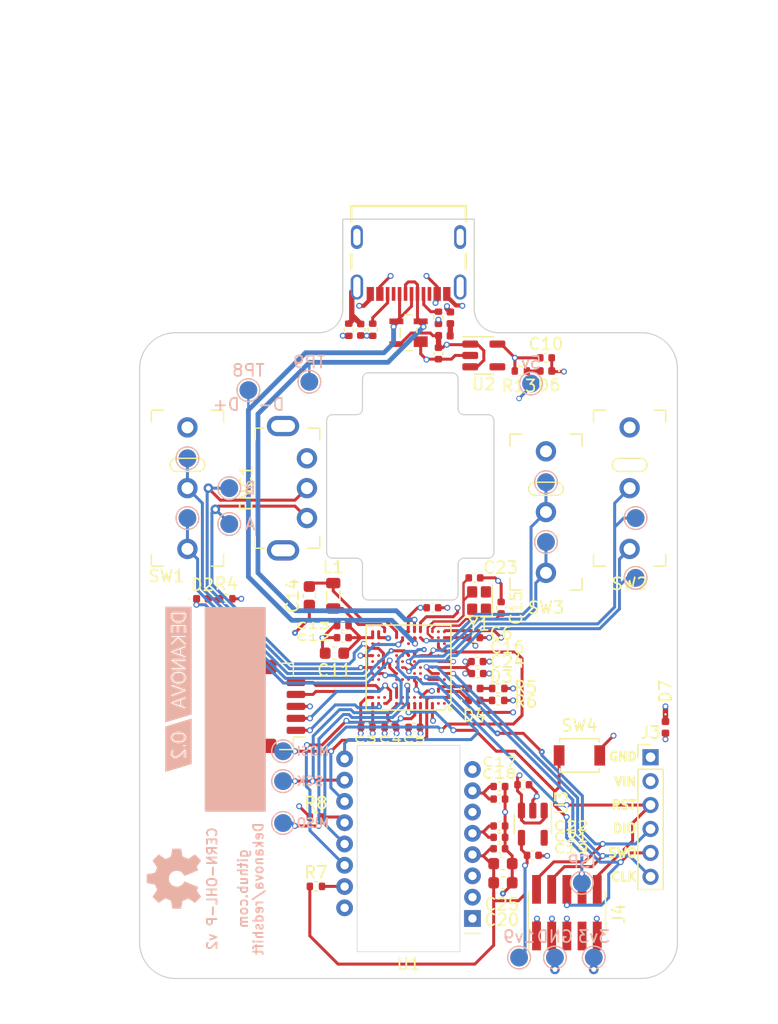
<source format=kicad_pcb>
(kicad_pcb (version 20211014) (generator pcbnew)
  (title_block (title "Redshift") (date "2021-12-22") (rev "0.2") (company "Dekanova LLC                                       https://github.com/Dekanova/redshift") (comment 3 "This source describes Open Hardware and is licensed under the CERN-OHL-Rv2") (comment 4 "Copyright (c) Dekanova LLC <dekanova_co@gmail.com>"))
  (layers (0 "F.Cu" signal) (1 "In1.Cu" signal) (2 "In2.Cu" signal) (31 "B.Cu" signal) (34 "B.Paste" user) (35 "F.Paste" user) (36 "B.SilkS" user "B.Silkscreen") (37 "F.SilkS" user "F.Silkscreen") (38 "B.Mask" user) (39 "F.Mask" user) (44 "Edge.Cuts" user))
  (net 0 "")
  (net 1 "+5V")
  (net 2 "+3V3")
  (net 3 "+1V9")
  (net 4 "/PMU")
  (net 5 "/1v2")
  (net 6 "/USB_D+")
  (net 7 "/USB_D-")
  (net 8 "/VBUS_F_")
  (net 9 "/VBUS_")
  (net 10 "/USB1_LED")
  (net 11 "/FC6_CS1")
  (net 12 "/RESET")
  (net 13 "/FC6_SCK")
  (net 17 "/FC6_MOSI")
  (net 20 "/FC6_MISO")
  (net 29 "Net-(D2-Pad2)")
  (net 31 "Net-(J1-PadB5)")
  (net 32 "Net-(J1-PadA5)")
  (net 38 "/SW1_L_NC")
  (net 39 "/SH")
  (net 40 "/SNSR_RST")
  (net 41 "/SW1_L_NO")
  (net 45 "/_1v2")
  (net 52 "GND")
  (net 54 "Net-(R7-Pad2)")
  (net 55 "/SW4_NC")
  (net 56 "/SW4_NO")
  (net 57 "/SW5_NC")
  (net 58 "/SW5_NO")
  (net 59 "/FAULT_LED")
  (net 60 "Net-(D3-Pad2)")
  (net 61 "/USER_LED")
  (net 62 "Net-(D4-Pad2)")
  (net 66 "/SW2_R_NO")
  (net 67 "/SW2_R_NC")
  (net 68 "/SW3_M_NO")
  (net 69 "/SW3_M_NC")
  (net 70 "/ENC_B")
  (net 71 "/ENC_A")
  (net 73 "/SWO")
  (net 74 "/SWCLK")
  (net 75 "/SWDIO")
  (net 76 "Net-(C21-Pad1)")
  (net 77 "/SNSR_MTN")
  (net 78 "/XTAL+")
  (net 79 "/XTAL-")
  (net 81 "/ISP")
  (net 86 "Net-(D6-Pad2)")
  (net 87 "/DBG_VIN")
  (footprint "Capacitor_SMD:C_0603_1608Metric" (layer "F.Cu") (at 145.4 111)
    (fp_text reference "C25")
    (fp_text value "22uF")
  )
  (footprint "Resistor_SMD:R_0402_1005Metric" (layer "F.Cu") (at 145 95.75 180)
    (fp_text reference "R6")
    (fp_text value "10k")
  )
  (footprint "Inductor_SMD:L_0402_1005Metric" (layer "F.Cu") (at 140.5 65.25 180)
    (fp_text reference "FB1" hide)
    (fp_text value "~")
  )
  (footprint "Capacitor_SMD:C_0402_1005Metric" (layer "F.Cu") (at 143.27 93.5)
    (fp_text reference "C24")
    (fp_text value "100nF")
  )
  (footprint "Capacitor_SMD:C_0603_1608Metric" (layer "F.Cu") (at 131.3 91.8 180)
    (fp_text reference "C11")
    (fp_text value "22uF")
  )
  (footprint "Capacitor_SMD:C_0402_1005Metric" (layer "F.Cu") (at 132 89.5 180)
    (fp_text reference "C13")
    (fp_text value "47pF")
  )
  (footprint "Capacitor_SMD:C_0402_1005Metric" (layer "F.Cu") (at 149 67.1)
    (fp_text reference "C10")
    (fp_text value "2.2uF")
  )
  (footprint "Capacitor_SMD:C_0402_1005Metric" (layer "F.Cu") (at 140 66.73 -90)
    (fp_text reference "C8" hide)
    (fp_text value "2.2uF")
  )
  (footprint "openinput:RotaryEncoder_Horizontal" (layer "F.Cu") (at 129 78 90)
    (fp_text reference "ENC1")
    (fp_text value "Rotary_Encoder")
  )
  (footprint "Capacitor_SMD:C_0603_1608Metric" (layer "F.Cu") (at 129.2 87 -90)
    (fp_text reference "C14")
    (fp_text value "22uF")
  )
  (footprint "Capacitor_SMD:C_0603_1608Metric" (layer "F.Cu") (at 145.4 109.4)
    (fp_text reference "C20")
    (fp_text value "22uF")
  )
  (footprint "LED_SMD:LED_0402_1005Metric" (layer "F.Cu") (at 143.005 94.75)
    (fp_text reference "D3")
    (fp_text value "AMBER")
  )
  (footprint "GCT_USB:GCT_USB4105-GF-A" (layer "F.Cu") (at 137.5 57 180)
    (fp_text reference "J1" hide)
    (fp_text value "G-Switch GT-USB-7010ASV")
  )
  (footprint "Inductor_SMD:L_0805_2012Metric" (layer "F.Cu") (at 131.2 87 90)
    (fp_text reference "L1")
    (fp_text value "4u7H")
  )
  (footprint "LED_SMD:LED_0402_1005Metric" (layer "F.Cu") (at 143 95.75)
    (fp_text reference "D4")
    (fp_text value "GREEN")
  )
  (footprint "Capacitor_SMD:C_0402_1005Metric" (layer "F.Cu") (at 147.1 102.8)
    (fp_text reference "C2" hide)
    (fp_text value "100nF")
  )
  (footprint "Package_TO_SOT_SMD:SOT-23-5" (layer "F.Cu") (at 147.9 106.1 -90)
    (fp_text reference "U3")
    (fp_text value "Texas Instruments TLV70028DDCR")
  )
  (footprint "Capacitor_SMD:C_0402_1005Metric" (layer "F.Cu") (at 135.98 98 180)
    (fp_text reference "C4")
    (fp_text value "100nF")
  )
  (footprint "Capacitor_SMD:C_0402_1005Metric" (layer "F.Cu") (at 145.25 88 90)
    (fp_text reference "C15")
    (fp_text value "8pF")
  )
  (footprint "Resistor_SMD:R_0402_1005Metric" (layer "F.Cu") (at 122.25 87.25 180)
    (fp_text reference "R4")
    (fp_text value "10k")
  )
  (footprint "Seiko Epson Q22FA12800400:Seiko Epson Q22FA12800400" (layer "F.Cu") (at 143.4 87.4 90)
    (fp_text reference "Y1")
    (fp_text value "Seiko Epson Q22FA12800400")
  )
  (footprint "Capacitor_SMD:C_0402_1005Metric" (layer "F.Cu") (at 133.5 64.75 -90)
    (fp_text reference "C1" hide)
    (fp_text value "100nF")
  )
  (footprint "Package_TO_SOT_SMD:SOT-23-5" (layer "F.Cu") (at 143.8 66.9)
    (fp_text reference "U2")
    (fp_text value "MIC5365-3.3YC5-TR")
  )
  (footprint "Capacitor_SMD:C_0402_1005Metric" (layer "F.Cu") (at 143.02 85.5)
    (fp_text reference "C23")
    (fp_text value "8pF")
  )
  (footprint "Capacitor_SMD:C_0402_1005Metric" (layer "F.Cu") (at 142.98 90.5)
    (fp_text reference "C6")
    (fp_text value "100nF")
  )
  (footprint "Capacitor_SMD:C_0402_1005Metric" (layer "F.Cu") (at 132 90.5 180)
    (fp_text reference "C12")
    (fp_text value "100nF")
  )
  (footprint "Resistor_SMD:R_0402_1005Metric" (layer "F.Cu") (at 129.75 111.3)
    (fp_text reference "R7")
    (fp_text value "13 ±1%")
  )
  (footprint "Button_Switch_SMD:SW_SPST_B3U-1000P" (layer "F.Cu") (at 151.8 100.35)
    (fp_text reference "SW4")
    (fp_text value "PTS810")
  )
  (footprint "Capacitor_SMD:C_0402_1005Metric" (layer "F.Cu") (at 145.1 106.25)
    (fp_text reference "C22")
    (fp_text value "4.7uF")
  )
  (footprint "LED_SMD:LED_0402_1005Metric" (layer "F.Cu") (at 120.25 87.25)
    (fp_text reference "D2")
    (fp_text value "RED")
  )
  (footprint "Diode_SMD:D_0402_1005Metric" (layer "F.Cu") (at 159 98 -90)
    (fp_text reference "D7")
    (fp_text value "NSR05F40NXT5G")
  )
  (footprint "openinput:SW_Micro_Switch" (layer "F.Cu") (at 149 80 -90)
    (fp_text reference "SW3")
    (fp_text value "SW_SP")
  )
  (footprint "Capacitor_SMD:C_0402_1005Metric" (layer "F.Cu") (at 139.5 88)
    (fp_text reference "C9" hide)
    (fp_text value "100nF")
  )
  (footprint "Resistor_SMD:R_0402_1005Metric" (layer "F.Cu") (at 132.5 64.75 -90)
    (fp_text reference "R1" hide)
    (fp_text value "100k")
  )
  (footprint "Capacitor_SMD:C_0402_1005Metric" (layer "F.Cu") (at 134 98 180)
    (fp_text reference "C3")
    (fp_text value "100nF")
  )
  (footprint "Resistor_SMD:R_0402_1005Metric" (layer "F.Cu") (at 140 63.75 90)
    (fp_text reference "R2" hide)
    (fp_text value "5.1k")
  )
  (footprint "LED_SMD:LED_0402_1005Metric" (layer "F.Cu") (at 149 68.2 180)
    (fp_text reference "D6")
    (fp_text value "RED")
  )
  (footprint "Capacitor_SMD:C_0402_1005Metric" (layer "F.Cu") (at 145.1 102.95 180)
    (fp_text reference "C17")
    (fp_text value "100nF")
  )
  (footprint "Capacitor_SMD:C_0402_1005Metric" (layer "F.Cu") (at 147.9 108.7)
    (fp_text reference "C7" hide)
    (fp_text value "100nF")
  )
  (footprint "Capacitor_SMD:C_0402_1005Metric" (layer "F.Cu") (at 137.98 98 180)
    (fp_text reference "C5")
    (fp_text value "100nF")
  )
  (footprint "Capacitor_SMD:C_0402_1005Metric" (layer "F.Cu") (at 143.25 92.5)
    (fp_text reference "C16")
    (fp_text value "100nF")
  )
  (footprint "Resistor_SMD:R_0402_1005Metric" (layer "F.Cu") (at 129.75 105.5)
    (fp_text reference "R8")
    (fp_text value "10k")
  )
  (footprint "Connector_JST:JST_SH_BM05B-SRSS-TB_1x05-1MP_P1.00mm_Vertical" (layer "F.Cu") (at 126.75 96.25 90)
    (fp_text reference "J2")
    (fp_text value "C145962")
  )
  (footprint "Connector_PinHeader_1.27mm:PinHeader_2x05_P1.27mm_Vertical_SMD" (layer "F.Cu") (at 150.75 113.5 90)
    (fp_text reference "J4")
    (fp_text value "Conn_ARM_JTAG_SWD_10")
  )
  (footprint "Connector_PinHeader_2.00mm:PinHeader_1x06_P2.00mm_Vertical" (layer "F.Cu") (at 157.75 100.5)
    (fp_text reference "J3")
    (fp_text value "C2935905")
  )
  (footprint "Capacitor_SMD:C_0402_1005Metric" (layer "F.Cu") (at 145.1 104 180)
    (fp_text reference "C18")
    (fp_text value "10uF")
  )
  (footprint "Resistor_SMD:R_0402_1005Metric" (layer "F.Cu") (at 145.01 94.75 180)
    (fp_text reference "R5")
    (fp_text value "10k")
  )
  (footprint "footprints:BF994S" (layer "F.Cu") (at 137.500343 65 90)
    (fp_text reference "D1" hide)
    (fp_text value "PRTR5V0U2X" hide)
  )
  (footprint "openinput:PXI-DIP-16" (layer "F.Cu") (at 142.85 113.985 180)
    (fp_text reference "U1")
    (fp_text value "PAW3399DM‐T4QU")
    (fp_line (start 9.65 -2.78) (end 9.65 14.48) (layer "Edge.Cuts") (width 0.05))
    (fp_line (start 1.05 14.48) (end 1.05 -2.78) (layer "Edge.Cuts") (width 0.05))
    (fp_line (start 1.05 14.48) (end 9.65 14.48) (layer "Edge.Cuts") (width 0.05))
    (fp_line (start 1.05 -2.78) (end 9.65 -2.78) (layer "Edge.Cuts") (width 0.05))
  )
  (footprint "solokeys:BGA98C50P13X13_700X700X97N" (layer "F.Cu") (at 137.5 93 180)
    (fp_text reference "IC1" hide)
    (fp_text value "LPC5526JEV98" hide)
  )
  (footprint "Capacitor_SMD:C_0402_1005Metric" (layer "F.Cu") (at 145.1 108.15)
    (fp_text reference "C19")
    (fp_text value "100nF")
  )
  (footprint "openinput:SW_Micro_Switch" (layer "F.Cu") (at 156 78 -90)
    (fp_text reference "SW2")
    (fp_text value "SW_SP")
  )
  (footprint "Fuse:Fuse_0402_1005Metric" (layer "F.Cu") (at 141 63.75 90)
    (fp_text reference "F1" hide)
    (fp_text value "500mA")
  )
  (footprint "Resistor_SMD:R_0402_1005Metric" (layer "F.Cu") (at 146.9 68.2)
    (fp_text reference "R13")
    (fp_text value "10k")
  )
  (footprint "Capacitor_SMD:C_0402_1005Metric" (layer "F.Cu") (at 145.1 107.2)
    (fp_text reference "C21")
    (fp_text value "100nF")
  )
  (footprint "openinput:SW_Micro_Switch" (layer "F.Cu") (at 119 78 -90)
    (fp_text reference "SW1")
    (fp_text value "SW_SP")
  )
  (footprint "Resistor_SMD:R_0402_1005Metric" (layer "F.Cu") (at 134.5 64.75 90)
    (fp_text reference "R3" hide)
    (fp_text value "5.1k")
  )
  (footprint "TestPoint:TestPoint_Pad_D1.5mm" (layer "B.Cu") (at 127 106 90)
    (fp_text reference "TP5" hide)
    (fp_text value "TestPoint")
  )
  (footprint "TestPoint:TestPoint_Pad_D1.5mm" (layer "B.Cu") (at 156.5 80.5 90)
    (fp_text reference "TP6" hide)
    (fp_text value "TestPoint")
  )
  (footprint "TestPoint:TestPoint_Pad_D1.5mm" (layer "B.Cu") (at 156.5 85.5 90)
    (fp_text reference "TP7" hide)
    (fp_text value "TestPoint")
  )
  (footprint "kibuzzard-61C38E31" (layer "B.Cu") (at 118.25 92.75 -90)
    (fp_text reference "kibuzzard-61C38E31" hide)
    (fp_text value "G***" hide)
  )
  (footprint "TestPoint:TestPoint_Pad_D1.5mm" (layer "B.Cu") (at 122.5 81 90)
    (fp_text reference "TP13" hide)
    (fp_text value "TestPoint")
  )
  (footprint "TestPoint:TestPoint_Pad_D1.5mm" (layer "B.Cu") (at 127 100 90)
    (fp_text reference "TP3" hide)
    (fp_text value "TestPoint")
  )
  (footprint "TestPoint:TestPoint_Pad_D1.5mm" (layer "B.Cu") (at 149 77.5 90)
    (fp_text reference "TP10" hide)
    (fp_text value "TestPoint")
  )
  (footprint "TestPoint:TestPoint_Pad_D1.5mm" (layer "B.Cu") (at 149 82.5 90)
    (fp_text reference "TP11" hide)
    (fp_text value "TestPoint")
  )
  (footprint "TestPoint:TestPoint_Pad_D1.5mm" (layer "B.Cu") (at 119 75.5 90)
    (fp_text reference "TP2" hide)
    (fp_text value "TestPoint")
  )
  (footprint "TestPoint:TestPoint_Pad_D1.5mm" (layer "B.Cu") (at 124.1 69.8 180)
    (fp_text reference "TP8")
    (fp_text value "TestPoint")
  )
  (footprint "TestPoint:TestPoint_Pad_D1.5mm" (layer "B.Cu") (at 153 117.25 90)
    (fp_text reference "TP12" hide)
    (fp_text value "TestPoint")
  )
  (footprint "TestPoint:TestPoint_Pad_D1.5mm" (layer "B.Cu") (at 152 111 180)
    (fp_text reference "TP18" hide)
    (fp_text value "TestPoint")
  )
  (footprint "TestPoint:TestPoint_Pad_D1.5mm" (layer "B.Cu") (at 147.75 69.25 180)
    (fp_text reference "TP17" hide)
    (fp_text value "TestPoint")
  )
  (footprint "kibuzzard-622431C0" (layer "B.Cu") (at 118.25 99.5 -90)
    (fp_text reference "kibuzzard-622431C0" hide)
    (fp_text value "G***" hide)
  )
  (footprint "TestPoint:TestPoint_Pad_D1.5mm" (layer "B.Cu") (at 146.75 117.25 90)
    (fp_text reference "TP16" hide)
    (fp_text value "TestPoint")
  )
  (footprint "TestPoint:TestPoint_Pad_D1.5mm" (layer "B.Cu") (at 119 80.5 90)
    (fp_text reference "TP4" hide)
    (fp_text value "TestPoint")
  )
  (footprint "TestPoint:TestPoint_Pad_D1.5mm" (layer "B.Cu") (at 149.75 117.25 90)
    (fp_text reference "TP14" hide)
    (fp_text value "TestPoint")
  )
  (footprint "TestPoint:TestPoint_Pad_D1.5mm" (layer "B.Cu") (at 129.2 69.1 180)
    (fp_text reference "TP9")
    (fp_text value "TestPoint")
  )
  (footprint "TestPoint:TestPoint_Pad_D1.5mm" (layer "B.Cu") (at 127 102.5 90)
    (fp_text reference "TP1" hide)
    (fp_text value "TestPoint")
  )
  (footprint "TestPoint:TestPoint_Pad_D1.5mm" (layer "B.Cu") (at 122.5 78 90)
    (fp_text reference "TP15" hide)
    (fp_text value "TestPoint")
  )
  (gr_poly (pts (xy 115.626106 110.343978) (xy 115.626141 110.342566) (xy 115.626246 110.341159) (xy 115.626418 110.339758) (xy 115.626656 110.338366) (xy 115.626959 110.336985) (xy 115.627323 110.335617) (xy 115.627749 110.334264) (xy 115.628234 110.332928) (xy 115.628775 110.331611) (xy 115.629373 110.330316) (xy 115.630728 110.327798) (xy 115.632284 110.32539) (xy 115.634028 110.323111) (xy 115.635947 110.320975) (xy 115.638025 110.319002) (xy 115.64025 110.317206) (xy 115.641414 110.316381) (xy 115.642608 110.315606) (xy 115.643833 110.314885) (xy 115.645085 110.314218) (xy 115.646364 110.313609) (xy 115.647667 110.313059) (xy 115.648993 110.31257) (xy 115.65034 110.312145) (xy 115.651707 110.311786) (xy 115.653091 110.311494) (xy 116.282944 110.194292) (xy 116.28574 110.193637) (xy 116.288544 110.192737) (xy 116.291339 110.191608) (xy 116.294106 110.190265) (xy 116.296827 110.188724) (xy 116.299484 110.187002) (xy 116.302059 110.185112) (xy 116.304534 110.183072) (xy 116.30689 110.180896) (xy 116.30911 110.1786) (xy 116.311174 110.1762) (xy 116.313066 110.173711) (xy 116.314766 110.17115) (xy 116.316258 110.168531) (xy 116.317521 110.16587) (xy 116.318539 110.163183) (xy 116.491376 109.741038) (xy 116.492531 109.738409) (xy 116.493495 109.735622) (xy 116.494271 109.732701) (xy 116.494861 109.729671) (xy 116.495265 109.726556) (xy 116.495486 109.723381) (xy 116.495526 109.720171) (xy 116.495385 109.71695) (xy 116.495066 109.713742) (xy 116.49457 109.710572) (xy 116.493899 109.707465) (xy 116.493055 109.704445) (xy 116.492038 109.701536) (xy 116.490852 109.698763) (xy 116.489497 109.696151) (xy 116.487976 109.693723) (xy 116.126892 109.167544) (xy 116.12612 109.166355) (xy 116.125408 109.165131) (xy 116.124756 109.163874) (xy 116.124164 109.162588) (xy 116.123631 109.161274) (xy 116.123158 109.159936) (xy 116.122387 109.157198) (xy 116.12185 109.154395) (xy 116.121545 109.151548) (xy 116.12147 109.148679) (xy 116.121622 109.14581) (xy 116.122 109.142962) (xy 116.122602 109.140157) (xy 116.123425 109.137416) (xy 116.124469 109.134762) (xy 116.12573 109.132215) (xy 116.126441 109.130989) (xy 116.127206 109.129798) (xy 116.128025 109.128644) (xy 116.128897 109.127531) (xy 116.129821 109.126462) (xy 116.130799 109.125438) (xy 116.573924 108.682312) (xy 116.574951 108.681338) (xy 116.576023 108.680416) (xy 116.577138 108.679547) (xy 116.578293 108.67873) (xy 116.579485 108.677967) (xy 116.580712 108.677257) (xy 116.58197 108.6766) (xy 116.583258 108.675998) (xy 116.584572 108.675449) (xy 116.58591 108.674955) (xy 116.588646 108.674132) (xy 116.591446 108.673529) (xy 116.594288 108.673149) (xy 116.59715 108.672995) (xy 116.600011 108.673068) (xy 116.60285 108.673371) (xy 116.604254 108.673609) (xy 116.605645 108.673906) (xy 116.607019 108.674261) (xy 116.608374 108.674674) (xy 116.609708 108.675147) (xy 116.611017 108.675679) (xy 116.6123 108.676271) (xy 116.613552 108.676922) (xy 116.614772 108.677634) (xy 116.615958 108.678405) (xy 117.133094 109.033268) (xy 117.135538 109.03478) (xy 117.138161 109.036122) (xy 117.140937 109.037292) (xy 117.143844 109.038288) (xy 117.146857 109.039109) (xy 117.149953 109.039754) (xy 117.153107 109.04022) (xy 117.156296 109.040507) (xy 117.159495 109.040613) (xy 117.162682 109.040536) (xy 117.165832 109.040276) (xy 117.168921 109.03983) (xy 117.171925 109.039197) (xy 117.174821 109.038375) (xy 117.177585 109.037364) (xy 117.180192 109.036161) (xy 117.615648 108.849434) (xy 117.616988 108.848936) (xy 117.618323 108.848375) (xy 117.620973 108.847071) (xy 117.623584 108.845542) (xy 117.626139 108.843804) (xy 117.628623 108.841877) (xy 117.63102 108.839779) (xy 117.633313 108.837528) (xy 117.635487 108.835142) (xy 117.637526 108.83264) (xy 117.639414 108.83004) (xy 117.641136 108.82736) (xy 117.642675 108.824619) (xy 117.644015 108.821834) (xy 117.645141 108.819025) (xy 117.645618 108.817617) (xy 117.646036 108.816209) (xy 117.646393 108.814804) (xy 117.646686 108.813405) (xy 117.759908 108.204533) (xy 117.760206 108.203145) (xy 117.760571 108.201776) (xy 117.761001 108.200426) (xy 117.761493 108.199098) (xy 117.762045 108.197793) (xy 117.762657 108.196513) (xy 117.763324 108.195259) (xy 117.764046 108.194034) (xy 117.764821 108.192839) (xy 117.765646 108.191675) (xy 117.766519 108.190545) (xy 117.767439 108.18945) (xy 117.768403 108.188392) (xy 117.769408 108.187373) (xy 117.770455 108.186393) (xy 117.771539 108.185456) (xy 117.772659 108.184562) (xy 117.773813 108.183713) (xy 117.774999 108.182912) (xy 117.776215 108.182159) (xy 117.777459 108.181457) (xy 117.778728 108.180807) (xy 117.780022 108.18021) (xy 117.781337 108.17967) (xy 117.782671 108.179186) (xy 117.784024 108.178761) (xy 117.785392 108.178397) (xy 117.786773 108.178096) (xy 117.788166 108.177858) (xy 117.789568 108.177687) (xy 117.790978 108.177582) (xy 117.792392 108.177547) (xy 118.419134 108.177547) (xy 118.42055 108.177582) (xy 118.421961 108.177687) (xy 118.423366 108.177859) (xy 118.424762 108.178097) (xy 118.426147 108.1784) (xy 118.427519 108.178765) (xy 118.428877 108.17919) (xy 118.430217 108.179675) (xy 118.432838 108.180814) (xy 118.435364 108.182169) (xy 118.437779 108.183725) (xy 118.440066 108.18547) (xy 118.442207 108.187388) (xy 118.444186 108.189467) (xy 118.445986 108.191692) (xy 118.446813 108.192855) (xy 118.447588 108.19405) (xy 118.44831 108.195274) (xy 118.448977 108.196526) (xy 118.449586 108.197805) (xy 118.450135 108.199108) (xy 118.450622 108.200434) (xy 118.451045 108.201782) (xy 118.451402 108.203148) (xy 118.45169 108.204533) (xy 118.562164 108.798502) (xy 118.562451 108.799897) (xy 118.562803 108.801296) (xy 118.563693 108.804098) (xy 118.564818 108.806888) (xy 118.566162 108.809649) (xy 118.567709 108.812362) (xy 118.569442 108.815008) (xy 118.571345 108.81757) (xy 118.573402 108.82003) (xy 118.575595 108.822368) (xy 118.57791 108.824567) (xy 118.580329 108.826608) (xy 118.582836 108.828473) (xy 118.585415 108.830143) (xy 118.588049 108.831602) (xy 118.590722 108.832829) (xy 118.592068 108.83335) (xy 118.593418 108.833807) (xy 119.056656 109.019232) (xy 119.059291 109.020379) (xy 119.062082 109.021336) (xy 119.065004 109.022104) (xy 119.068034 109.022684) (xy 119.071147 109.023079) (xy 119.074319 109.02329) (xy 119.077526 109.02332) (xy 119.080744 109.023169) (xy 119.083949 109.02284) (xy 119.087115 109.022334) (xy 119.09022 109.021653) (xy 119.093239 109.020799) (xy 119.096148 109.019774) (xy 119.098922 109.018579) (xy 119.101538 109.017216) (xy 119.103971 109.015687) (xy 119.595641 108.678333) (xy 119.596827 108.677564) (xy 119.598048 108.676856) (xy 119.599301 108.676207) (xy 119.600585 108.675617) (xy 119.601896 108.675087) (xy 119.603232 108.674616) (xy 119.605966 108.673849) (xy 119.608766 108.673315) (xy 119.611611 108.673012) (xy 119.614478 108.672938) (xy 119.617347 108.673091) (xy 119.620196 108.673469) (xy 119.623002 108.674069) (xy 119.625745 108.67489) (xy 119.628402 108.675931) (xy 119.630953 108.677188) (xy 119.632181 108.677897) (xy 119.633375 108.67866) (xy 119.634531 108.679475) (xy 119.635647 108.680344) (xy 119.63672 108.681266) (xy 119.637747 108.68224) (xy 120.080873 109.125438) (xy 120.081843 109.126462) (xy 120.082762 109.127531) (xy 120.083628 109.128644) (xy 120.084441 109.129798) (xy 120.085201 109.130989) (xy 120.085908 109.132215) (xy 120.086561 109.133474) (xy 120.087161 109.134762) (xy 120.087707 109.136077) (xy 120.088198 109.137416) (xy 120.089017 109.140157) (xy 120.089617 109.142962) (xy 120.089994 109.14581) (xy 120.090147 109.148679) (xy 120.090074 109.151548) (xy 120.089773 109.154395) (xy 120.089537 109.155803) (xy 120.089243 109.157198) (xy 120.08889 109.158577) (xy 120.08848 109.159936) (xy 120.088011 109.161274) (xy 120.087483 109.162588) (xy 120.086896 109.163874) (xy 120.08625 109.165131) (xy 120.085545 109.166355) (xy 120.08478 109.167544) (xy 119.753285 109.65046) (xy 119.75178 109.652888) (xy 119.75046 109.655489) (xy 119.749324 109.65824) (xy 119.748375 109.661117) (xy 119.747612 109.664095) (xy 119.747036 109.667151) (xy 119.746647 109.670262) (xy 119.746447 109.673402) (xy 119.746436 109.67655) (xy 119.746614 109.67968) (xy 119.746982 109.682768) (xy 119.747541 109.685792) (xy 119.748291 109.688727) (xy 119.749232 109.69155) (xy 119.750367 109.694236) (xy 119.751694 109.696762) (xy 119.865423 109.909751) (xy 119.866032 109.911022) (xy 119.866567 109.912303) (xy 119.867028 109.913593) (xy 119.867418 109.91489) (xy 119.867736 109.916191) (xy 119.867983 109.917495) (xy 119.868161 109.918798) (xy 119.86827 109.920098) (xy 119.868312 109.921394) (xy 119.868286 109.922684) (xy 119.868193 109.923964) (xy 119.868036 109.925232) (xy 119.867814 109.926487) (xy 119.867528 109.927727) (xy 119.86718 109.928948) (xy 119.866769 109.930149) (xy 119.866297 109.931327) (xy 119.865766 109.93248) (xy 119.865174 109.933607) (xy 119.864525 109.934704) (xy 119.863817 109.935769) (xy 119.863053 109.936801) (xy 119.862233 109.937797) (xy 119.861357 109.938754) (xy 119.860428 109.939671) (xy 119.859445 109.940546) (xy 119.858409 109.941375) (xy 119.857322 109.942157) (xy 119.856184 109.942889) (xy 119.854996 109.94357) (xy 119.853759 109.944197) (xy 119.852474 109.944767) (xy 118.79136 110.383986) (xy 118.79004 110.384497) (xy 118.788699 110.384941) (xy 118.787341 110.385317) (xy 118.785967 110.385628) (xy 118.784581 110.385874) (xy 118.783185 110.386055) (xy 118.780372 110.386229) (xy 118.777549 110.386156) (xy 118.774736 110.385843) (xy 118.771954 110.385297) (xy 118.769222 110.384526) (xy 118.766562 110.383535) (xy 118.763993 110.382332) (xy 118.761537 110.380923) (xy 118.759212 110.379315) (xy 118.75704 110.377516) (xy 118.756017 110.376547) (xy 118.75504 110.375532) (xy 118.754112 110.374473) (xy 118.753234 110.37337) (xy 118.75241 110.372224) (xy 118.751641 110.371036) (xy 118.719013 110.317789) (xy 118.716569 110.313941) (xy 118.713779 110.309838) (xy 118.710704 110.305555) (xy 118.707405 110.301168) (xy 118.703942 110.296751) (xy 118.700377 110.292379) (xy 118.696771 110.288129) (xy 118.693185 110.284075) (xy 118.669033 110.248794) (xy 118.64281 110.215121) (xy 118.614609 110.183147) (xy 118.58452 110.152966) (xy 118.552635 110.124669) (xy 118.519045 110.098349) (xy 118.48384 110.074098) (xy 118.447113 110.052008) (xy 118.408954 110.032171) (xy 118.389366 110.023126) (xy 118.369455 110.01468) (xy 118.349231 110.006843) (xy 118.328706 109.999626) (xy 118.307892 109.993043) (xy 118.286799 109.987103) (xy 118.26544 109.981819) (xy 118.243826 109.977202) (xy 118.221968 109.973264) (xy 118.199877 109.970016) (xy 118.177565 109.96747) (xy 118.155043 109.965637) (xy 118.132324 109.964528) (xy 118.109417 109.964156) (xy 118.073749 109.965058) (xy 118.038549 109.967736) (xy 118.003861 109.972144) (xy 117.969728 109.978241) (xy 117.936194 109.985982) (xy 117.903302 109.995324) (xy 117.871095 110.006224) (xy 117.839619 110.018636) (xy 117.808915 110.032519) (xy 117.779027 110.047829) (xy 117.75 110.064521) (xy 117.721876 110.082552) (xy 117.6947 110.10188) (xy 117.668514 110.122459) (xy 117.643363 110.144247) (xy 117.61929 110.1672) (xy 117.596338 110.191274) (xy 117.574551 110.216426) (xy 117.553973 110.242612) (xy 117.534646 110.269789) (xy 117.516616 110.297913) (xy 117.499925 110.32694) (xy 117.484617 110.356827) (xy 117.470735 110.38753) (xy 117.458323 110.419006) (xy 117.447425 110.451212) (xy 117.438084 110.484102) (xy 117.430344 110.517635) (xy 117.424247 110.551766) (xy 117.419839 110.586452) (xy 117.417162 110.621648) (xy 117.41626 110.657313) (xy 117.417162 110.692977) (xy 117.419839 110.728173) (xy 117.424247 110.762856) (xy 117.430344 110.796985) (xy 117.438084 110.830514) (xy 117.447425 110.863401) (xy 117.458323 110.895602) (xy 117.470735 110.927073) (xy 117.484617 110.957771) (xy 117.499925 110.987653) (xy 117.516616 111.016674) (xy 117.534646 111.044791) (xy 117.553973 111.071962) (xy 117.574551 111.098141) (xy 117.596338 111.123287) (xy 117.61929 111.147354) (xy 117.643363 111.1703) (xy 117.668514 111.192081) (xy 117.6947 111.212654) (xy 117.721876 111.231975) (xy 117.75 111.25) (xy 117.779027 111.266686) (xy 117.808915 111.28199) (xy 117.839619 111.295868) (xy 117.871095 111.308275) (xy 117.903302 111.31917) (xy 117.936194 111.328508) (xy 117.969728 111.336246) (xy 118.003861 111.34234) (xy 118.038549 111.346747) (xy 118.073749 111.349423) (xy 118.109417 111.350325) (xy 118.155043 111.348846) (xy 118.199877 111.34447) (xy 118.243826 111.337289) (xy 118.286799 111.327395) (xy 118.328706 111.314879) (xy 118.369455 111.299834) (xy 118.408954 111.282352) (xy 118.447113 111.262524) (xy 118.48384 111.240442) (xy 118.519045 111.216198) (xy 118.552635 111.189884) (xy 118.58452 111.161592) (xy 118.614609 111.131413) (xy 118.64281 111.09944) (xy 118.669033 111.065765) (xy 118.693185 111.030479) (xy 118.696771 111.026447) (xy 118.700377 111.022211) (xy 118.703942 111.017849) (xy 118.707405 111.013436) (xy 118.710704 111.009051) (xy 118.713779 111.004772) (xy 118.716569 111.000675) (xy 118.719013 110.996838) (xy 118.751641 110.943518) (xy 118.75241 110.942337) (xy 118.753234 110.941198) (xy 118.754112 110.940101) (xy 118.75504 110.939048) (xy 118.756017 110.938039) (xy 118.75704 110.937075) (xy 118.758105 110.936157) (xy 118.759212 110.935286) (xy 118.760356 110.934463) (xy 118.761537 110.933688) (xy 118.76275 110.932962) (xy 118.763993 110.932287) (xy 118.765265 110.931663) (xy 118.766562 110.931091) (xy 118.767882 110.930571) (xy 118.769222 110.930106) (xy 118.77058 110.929694) (xy 118.771954 110.929338) (xy 118.77334 110.929038) (xy 118.774736 110.928796) (xy 118.77614 110.928611) (xy 118.777549 110.928485) (xy 118.77896 110.928418) (xy 118.780372 110.928412) (xy 118.781781 110.928467) (xy 118.783185 110.928584) (xy 118.784581 110.928764) (xy 118.785967 110.929008) (xy 118.787341 110.929317) (xy 118.788699 110.929691) (xy 118.79004 110.930132) (xy 118.79136 110.93064) (xy 119.852546 111.369786) (xy 119.853831 111.370357) (xy 119.855067 111.370983) (xy 119.856253 111.371664) (xy 119.85739 111.372396) (xy 119.858474 111.373177) (xy 119.859507 111.374005) (xy 119.860487 111.374878) (xy 119.861413 111.375794) (xy 119.862285 111.37675) (xy 119.863101 111.377745) (xy 119.863861 111.378776) (xy 119.864564 111.37984) (xy 119.86521 111.380936) (xy 119.865796 111.382061) (xy 119.866324 111.383214) (xy 119.866791 111.384391) (xy 119.867198 111.385591) (xy 119.867542 111.386812) (xy 119.867824 111.38805) (xy 119.868043 111.389305) (xy 119.868197 111.390573) (xy 119.868286 111.391854) (xy 119.868309 111.393143) (xy 119.868266 111.39444) (xy 119.868155 111.395741) (xy 119.867976 111.397045) (xy 119.867728 111.39835) (xy 119.86741 111.399653) (xy 119.867022 111.400952) (xy 119.866562 111.402244) (xy 119.866029 111.403528) (xy 119.865423 111.404802) (xy 119.751694 111.617792) (xy 119.750366 111.620324) (xy 119.749231 111.623015) (xy 119.748288 111.62584) (xy 119.747536 111.628777) (xy 119.746975 111.631802) (xy 119.746604 111.63489) (xy 119.746424 111.638019) (xy 119.746433 111.641165) (xy 119.746632 111.644304) (xy 119.747019 111.647412) (xy 119.747595 111.650466) (xy 119.748359 111.653442) (xy 119.74931 111.656316) (xy 119.750449 111.659066) (xy 119.751774 111.661666) (xy 119.753285 111.664094) (xy 120.08478 112.147083) (xy 120.085545 112.148268) (xy 120.08625 112.149489) (xy 120.086896 112.150743) (xy 120.087483 112.152026) (xy 120.088011 112.153337) (xy 120.08848 112.154672) (xy 120.089243 112.157406) (xy 120.089773 112.160205) (xy 120.090074 112.163049) (xy 120.090147 112.165914) (xy 120.089994 112.16878) (xy 120.089617 112.171625) (xy 120.089017 112.174426) (xy 120.088198 112.177163) (xy 120.087161 112.179814) (xy 120.085908 112.182356) (xy 120.085201 112.18358) (xy 120.084441 112.184768) (xy 120.083628 112.185919) (xy 120.082762 112.187029) (xy 120.081843 112.188096) (xy 120.080873 112.189116) (xy 119.637747 112.632386) (xy 119.63672 112.633364) (xy 119.635647 112.634288) (xy 119.634531 112.635158) (xy 119.633375 112.635976) (xy 119.632181 112.636739) (xy 119.630953 112.637449) (xy 119.629692 112.638104) (xy 119.628402 112.638705) (xy 119.627086 112.639251) (xy 119.625745 112.639743) (xy 119.623002 112.64056) (xy 119.620196 112.641155) (xy 119.617347 112.641527) (xy 119.614478 112.641672) (xy 119.611611 112.64159) (xy 119.608766 112.641279) (xy 119.607359 112.641037) (xy 119.605966 112.640737) (xy 119.604589 112.640378) (xy 119.603232 112.639961) (xy 119.601896 112.639486) (xy 119.600585 112.638951) (xy 119.599301 112.638358) (xy 119.598048 112.637705) (xy 119.596827 112.636993) (xy 119.595641 112.63622) (xy 119.103971 112.298794) (xy 119.101538 112.297278) (xy 119.098922 112.295927) (xy 119.096148 112.294742) (xy 119.093239 112.293725) (xy 119.09022 112.292878) (xy 119.087115 112.292203) (xy 119.083949 112.291702) (xy 119.080744 112.291377) (xy 119.077526 112.291229) (xy 119.074319 112.29126) (xy 119.071147 112.291473) (xy 119.068034 112.291869) (xy 119.065004 112.29245) (xy 119.062082 112.293218) (xy 119.059291 112.294174) (xy 119.056656 112.295322) (xy 118.593491 112.480747) (xy 118.592141 112.481207) (xy 118.590795 112.48173) (xy 118.588121 112.482958) (xy 118.585487 112.484414) (xy 118.582908 112.48608) (xy 118.580401 112.487938) (xy 118.577982 112.489971) (xy 118.575668 112.49216) (xy 118.573474 112.494488) (xy 118.571418 112.496937) (xy 118.569515 112.499489) (xy 118.567781 112.502127) (xy 118.566235 112.504833) (xy 118.56489 112.507589) (xy 118.563765 112.510377) (xy 118.56329 112.511778) (xy 118.562875 112.51318) (xy 118.562523 112.514581) (xy 118.562237 112.51598) (xy 118.45169 113.109949) (xy 118.451402 113.11133) (xy 118.451046 113.112694) (xy 118.450624 113.11404) (xy 118.450138 113.115365) (xy 118.449591 113.116669) (xy 118.448984 113.117948) (xy 118.448319 113.119201) (xy 118.447599 113.120427) (xy 118.446826 113.121624) (xy 118.446002 113.12279) (xy 118.445129 113.123923) (xy 118.444209 113.125021) (xy 118.443244 113.126083) (xy 118.442237 113.127107) (xy 118.441189 113.128092) (xy 118.440102 113.129034) (xy 118.438979 113.129933) (xy 118.437822 113.130787) (xy 118.436633 113.131594) (xy 118.435413 113.132352) (xy 118.434166 113.13306) (xy 118.432893 113.133715) (xy 118.431596 113.134317) (xy 118.430278 113.134863) (xy 118.42894 113.135351) (xy 118.427585 113.135779) (xy 118.426214 113.136147) (xy 118.424831 113.136452) (xy 118.423436 113.136692) (xy 118.422032 113.136866) (xy 118.420622 113.136971) (xy 118.419207 113.137007) (xy 117.792465 113.137079) (xy 117.791046 113.137047) (xy 117.789633 113.136946) (xy 117.788228 113.136776) (xy 117.786831 113.136541) (xy 117.785447 113.136241) (xy 117.784076 113.135879) (xy 117.78272 113.135455) (xy 117.781382 113.134973) (xy 117.780064 113.134433) (xy 117.778767 113.133838) (xy 117.776248 113.132487) (xy 117.77384 113.130934) (xy 117.771561 113.129193) (xy 117.769426 113.127278) (xy 117.767452 113.125202) (xy 117.765655 113.122981) (xy 117.764052 113.120627) (xy 117.763329 113.119405) (xy 117.76266 113.118155) (xy 117.762048 113.116879) (xy 117.761494 113.115578) (xy 117.761001 113.114255) (xy 117.760572 113.11291) (xy 117.760206 113.111547) (xy 117.759908 113.110166) (xy 117.646686 112.501221) (xy 117.646036 112.498429) (xy 117.645141 112.495621) (xy 117.644015 112.492816) (xy 117.642675 112.490032) (xy 117.641136 112.487289) (xy 117.639414 112.484605) (xy 117.637526 112.481999) (xy 117.635487 112.479489) (xy 117.633313 112.477094) (xy 117.63102 112.474833) (xy 117.628623 112.472725) (xy 117.626139 112.470787) (xy 117.623584 112.469039) (xy 117.620973 112.467499) (xy 117.618323 112.466187) (xy 117.615648 112.46512) (xy 117.180192 112.278465) (xy 117.177585 112.277256) (xy 117.174821 112.27624) (xy 117.171925 112.275416) (xy 117.168921 112.274782) (xy 117.165832 112.274336) (xy 117.162682 112.274077) (xy 117.159495 112.274003) (xy 117.156296 112.274114) (xy 117.153107 112.274406) (xy 117.149953 112.274879) (xy 117.146857 112.275532) (xy 117.143844 112.276362) (xy 117.140937 112.277369) (xy 117.138161 112.27855) (xy 117.135538 112.279905) (xy 117.133094 112.281431) (xy 116.615958 112.63622) (xy 116.614772 112.636986) (xy 116.613552 112.637693) (xy 116.6123 112.638341) (xy 116.611017 112.63893) (xy 116.609708 112.639461) (xy 116.608374 112.639934) (xy 116.605645 112.640706) (xy 116.60285 112.641246) (xy 116.600011 112.641558) (xy 116.59715 112.641642) (xy 116.594288 112.641499) (xy 116.591446 112.641131) (xy 116.588646 112.640541) (xy 116.58591 112.639728) (xy 116.583258 112.638695) (xy 116.580712 112.637442) (xy 116.579485 112.636735) (xy 116.578293 112.635973) (xy 116.577138 112.635157) (xy 116.576023 112.634287) (xy 116.574951 112.633363) (xy 116.573924 112.632386) (xy 116.130799 112.189188) (xy 116.129821 112.188161) (xy 116.128897 112.187089) (xy 116.128025 112.185974) (xy 116.127206 112.184819) (xy 116.126441 112.183627) (xy 116.12573 112.182401) (xy 116.125072 112.181142) (xy 116.124469 112.179855) (xy 116.12392 112.178541) (xy 116.123425 112.177203) (xy 116.122602 112.174466) (xy 116.122 112.171666) (xy 116.121622 112.168825) (xy 116.12147 112.165963) (xy 116.121545 112.163102) (xy 116.12185 112.160263) (xy 116.122089 112.158859) (xy 116.122387 112.157468) (xy 116.122743 112.156094) (xy 116.123158 112.154739) (xy 116.123631 112.153405) (xy 116.124164 112.152096) (xy 116.124756 112.150813) (xy 116.125408 112.149561) (xy 116.12612 112.14834) (xy 116.126892 112.147155) (xy 116.487976 111.620975) (xy 116.489497 111.618541) (xy 116.490852 111.615923) (xy 116.492038 111.613146) (xy 116.493055 111.610233) (xy 116.493899 111.607209) (xy 116.49457 111.6041) (xy 116.495066 111.600929) (xy 116.495385 111.597721) (xy 116.495526 111.5945) (xy 116.495486 111.591291) (xy 116.495265 111.588118) (xy 116.494861 111.585007) (xy 116.494271 111.581981) (xy 116.493495 111.579065) (xy 116.492531 111.576283) (xy 116.491376 111.57366) (xy 116.318539 111.151515) (xy 116.318062 111.150173) (xy 116.317521 111.148835) (xy 116.316919 111.147502) (xy 116.316258 111.146178) (xy 116.314766 111.143562) (xy 116.313066 111.141003) (xy 116.311174 111.138515) (xy 116.30911 111.136115) (xy 116.30689 111.133818) (xy 116.304534 111.131641) (xy 116.302059 111.129598) (xy 116.299484 111.127707) (xy 116.296827 111.125982) (xy 116.294106 111.124439) (xy 116.291339 111.123094) (xy 116.288544 111.121963) (xy 116.28574 111.121062) (xy 116.28434 111.120702) (xy 116.282944 111.120406) (xy 115.653091 111.003204) (xy 115.651707 111.002913) (xy 115.65034 111.002554) (xy 115.648993 111.002129) (xy 115.647667 111.001641) (xy 115.646364 111.001092) (xy 115.645085 111.000483) (xy 115.643833 110.999818) (xy 115.642608 110.999097) (xy 115.641414 110.998324) (xy 115.64025 110.997499) (xy 115.63912 110.996626) (xy 115.638025 110.995706) (xy 115.636967 110.994742) (xy 115.635947 110.993735) (xy 115.634967 110.992687) (xy 115.634028 110.991602) (xy 115.633134 110.99048) (xy 115.632284 110.989324) (xy 115.631482 110.988135) (xy 115.630728 110.986917) (xy 115.630024 110.985671) (xy 115.629373 110.984399) (xy 115.628775 110.983104) (xy 115.628234 110.981786) (xy 115.627749 110.98045) (xy 115.627323 110.979095) (xy 115.626959 110.977726) (xy 115.626656 110.976343) (xy 115.626418 110.974949) (xy 115.626246 110.973546) (xy 115.626141 110.972135) (xy 115.626106 110.97072) (xy 115.626106 110.343978)) (layer "B.SilkS") (width 0.069999) (fill solid))
  (gr_rect (start 125.5 105) (end 120.5 88) (layer "B.SilkS") (width 0.12) (fill solid))
  (gr_arc (start 133.646447 71.353552) (mid 133.5 71.707105) (end 133.146447 71.853552) (layer "Edge.Cuts") (width 0.1))
  (gr_line (start 144.646446 83.353553) (end 144.646446 72.353553) (layer "Edge.Cuts") (width 0.1))
  (gr_line (start 142.146447 83.853554) (end 144.146447 83.853552) (layer "Edge.Cuts") (width 0.1))
  (gr_arc (start 134.146447 87.353552) (mid 133.792894 87.207106) (end 133.646448 86.853553) (layer "Edge.Cuts") (width 0.1))
  (gr_arc (start 141.146447 68.353555) (mid 141.499999 68.500001) (end 141.646445 68.853553) (layer "Edge.Cuts") (width 0.1))
  (gr_line (start 132 55.5) (end 143 55.5) (layer "Edge.Cuts") (width 0.1))
  (gr_arc (start 141.646446 86.853553) (mid 141.5 87.207106) (end 141.146447 87.353552) (layer "Edge.Cuts") (width 0.1))
  (gr_arc (start 144.146447 71.853554) (mid 144.5 72) (end 144.646446 72.353553) (layer "Edge.Cuts") (width 0.1))
  (gr_arc (start 160 116) (mid 159.12132 118.12132) (end 157 119) (layer "Edge.Cuts") (width 0.1))
  (gr_line (start 160 68) (end 160 116) (layer "Edge.Cuts") (width 0.1))
  (gr_arc (start 130.646448 72.353553) (mid 130.792894 72) (end 131.146447 71.853554) (layer "Edge.Cuts") (width 0.1))
  (gr_arc (start 131.146447 83.853552) (mid 130.792894 83.707106) (end 130.646448 83.353553) (layer "Edge.Cuts") (width 0.1))
  (gr_arc (start 133.646448 68.853553) (mid 133.792894 68.5) (end 134.146447 68.353554) (layer "Edge.Cuts") (width 0.1))
  (gr_line (start 132 55.5) (end 132 63) (layer "Edge.Cuts") (width 0.1))
  (gr_line (start 141.646445 68.853553) (end 141.646448 71.353553) (layer "Edge.Cuts") (width 0.1))
  (gr_arc (start 142.146448 71.853551) (mid 141.792895 71.707105) (end 141.646448 71.353553) (layer "Edge.Cuts") (width 0.1))
  (gr_line (start 142.146447 71.853552) (end 144.146447 71.853554) (layer "Edge.Cuts") (width 0.1))
  (gr_arc (start 145 65) (mid 143.585786 64.414214) (end 143 63) (layer "Edge.Cuts") (width 0.1))
  (gr_arc (start 133.146447 83.853554) (mid 133.5 84) (end 133.646446 84.353553) (layer "Edge.Cuts") (width 0.1))
  (gr_line (start 145 65) (end 157 65) (layer "Edge.Cuts") (width 0.1))
  (gr_arc (start 157 65) (mid 159.12132 65.87868) (end 160 68) (layer "Edge.Cuts") (width 0.1))
  (gr_arc (start 144.646446 83.353553) (mid 144.5 83.707106) (end 144.146447 83.853552) (layer "Edge.Cuts") (width 0.1))
  (gr_line (start 141.146447 68.353554) (end 134.146447 68.353554) (layer "Edge.Cuts") (width 0.1))
  (gr_line (start 141.646448 84.353553) (end 141.646446 86.853553) (layer "Edge.Cuts") (width 0.1))
  (gr_line (start 118 119) (end 157 119) (layer "Edge.Cuts") (width 0.1))
  (gr_arc (start 141.646448 84.353553) (mid 141.792894 84) (end 142.146447 83.853554) (layer "Edge.Cuts") (width 0.1))
  (gr_arc (start 115 68) (mid 115.87868 65.87868) (end 118 65) (layer "Edge.Cuts") (width 0.1))
  (gr_line (start 133.146447 71.853552) (end 131.146447 71.853554) (layer "Edge.Cuts") (width 0.1))
  (gr_line (start 133.646446 71.353553) (end 133.646449 68.853553) (layer "Edge.Cuts") (width 0.1))
  (gr_line (start 133.146447 83.853554) (end 131.146447 83.853552) (layer "Edge.Cuts") (width 0.1))
  (gr_line (start 133.646448 86.853553) (end 133.646446 84.353553) (layer "Edge.Cuts") (width 0.1))
  (gr_line (start 134.146447 87.353552) (end 141.146447 87.353552) (layer "Edge.Cuts") (width 0.1))
  (gr_line (start 115 116) (end 115 68) (layer "Edge.Cuts") (width 0.1))
  (gr_line (start 143 63) (end 143 55.5) (layer "Edge.Cuts") (width 0.1))
  (gr_arc (start 132 63) (mid 131.414214 64.414214) (end 130 65) (layer "Edge.Cuts") (width 0.1))
  (gr_arc (start 118 119) (mid 115.87868 118.12132) (end 115 116) (layer "Edge.Cuts") (width 0.1))
  (gr_line (start 130.646448 83.353553) (end 130.646448 72.353553) (layer "Edge.Cuts") (width 0.1))
  (gr_line (start 118 65) (end 130 65) (layer "Edge.Cuts") (width 0.1))
  (gr_text "B" (at 124.25 78) (layer "B.SilkS") (effects (font (size 1 1)) (justify mirror)))
  (gr_text "3v3" (at 153 115.5) (layer "B.SilkS") (effects (font (size 1 1)) (justify mirror)))
  (gr_text "MISO\n" (at 129.5 106) (layer "B.SilkS") (effects (font (size 0.75 0.75)) (justify mirror)))
  (gr_text "5v" (at 147.75 67.5) (layer "B.SilkS") (effects (font (size 1 1)) (justify mirror)))
  (gr_text "A" (at 124.25 81) (layer "B.SilkS") (effects (font (size 1 1)) (justify mirror)))
  (gr_text "SCK" (at 129.25 102.5) (layer "B.SilkS") (effects (font (size 0.75 0.75)) (justify mirror)))
  (gr_text "1v9" (at 146.75 115.5) (layer "B.SilkS") (effects (font (size 1 1)) (justify mirror)))
  (gr_text "ISP" (at 152 109.25) (layer "B.SilkS") (effects (font (size 1 1)) (justify mirror)))
  (gr_text "GND" (at 149.75 115.5) (layer "B.SilkS") (effects (font (size 1 1)) (justify mirror)))
  (gr_text "D+" (at 122.25 71) (layer "B.SilkS") (effects (font (size 1 1)) (justify mirror)))
  (gr_text "D-" (at 126 71) (layer "B.SilkS") (effects (font (size 1 1)) (justify mirror)))
  (gr_text "MOSI" (at 129.5 100) (layer "B.SilkS") (effects (font (size 0.75 0.75) (thickness 0.125)) (justify mirror)))
  (gr_text "CERN-OHL-P v2\n\ngithub.com\nDekanova/redshift" (at 123 111.5 -270) (layer "B.SilkS") (effects (font (size 0.8 0.8)) (justify mirror)))
  (gr_text "CLK\n" (at 156.7 110.5) (layer "F.SilkS") (effects (font (size 0.75 0.75) (thickness 0.1875)) (justify right)))
  (gr_text "DIO" (at 156.65 106.45) (layer "F.SilkS") (effects (font (size 0.75 0.75) (thickness 0.1875)) (justify right)))
  (gr_text "VIN" (at 156.65 102.55) (layer "F.SilkS") (effects (font (size 0.75 0.75) (thickness 0.1875)) (justify right)))
  (gr_text "GND" (at 156.7 100.45) (layer "F.SilkS") (effects (font (size 0.75 0.75) (thickness 0.1875)) (justify right)))
  (gr_text "SWO" (at 156.7 108.5) (layer "F.SilkS") (effects (font (size 0.75 0.75) (thickness 0.1875)) (justify right)))
  (gr_text "RST\n" (at 156.65 104.5) (layer "F.SilkS") (effects (font (size 0.75 0.75) (thickness 0.1875)) (justify right)))
  (segment (start 146.62 102.8) (end 146.62 103.32) (width 0.25) (layer "F.Cu") (net 1))
  (segment (start 142.6625 65.95) (end 143.25 65.95) (width 0.25) (layer "F.Cu") (net 1))
  (segment (start 146.95 105.75) (end 147.2 106) (width 0.25) (layer "F.Cu") (net 1))
  (segment (start 146.95 103.65) (end 146.95 104.9625) (width 0.25) (layer "F.Cu") (net 1))
  (segment (start 140.015 65.25) (end 140.015 66.235) (width 0.45) (layer "F.Cu") (net 1))
  (segment (start 142.6125 66) (end 142.6625 65.95) (width 0.25) (layer "F.Cu") (net 1))
  (segment (start 139.547265 65.25) (end 139.325054 65.027789) (width 0.25) (layer "F.Cu") (net 1))
  (segment (start 136.799999 65.950001) (end 136.434343 65.950001) (width 0.25) (layer "F.Cu") (net 1))
  (segment (start 140.7 66) (end 142.6125 66) (width 0.25) (layer "F.Cu") (net 1))
  (segment (start 139.325054 65.027789) (end 137.722211 65.027789) (width 0.25) (layer "F.Cu") (net 1))
  (segment (start 140.015 66.235) (end 140 66.25) (width 0.45) (layer "F.Cu") (net 1))
  (segment (start 148.5 106) (end 148.85 105.65) (width 0.25) (layer "F.Cu") (net 1))
  (segment (start 143.8 67.3) (end 143.25 67.85) (width 0.25) (layer "F.Cu") (net 1))
  (segment (start 143.25 67.85) (end 142.6625 67.85) (width 0.25) (layer "F.Cu") (net 1))
  (segment (start 137.722211 65.027789) (end 136.799999 65.950001) (width 0.25) (layer "F.Cu") (net 1))
  (segment (start 146.62 102.18) (end 146.786965 102.013035) (width 0.25) (layer "F.Cu") (net 1))
  (segment (start 143.8 66.5) (end 143.8 67.3) (width 0.25) (layer "F.Cu") (net 1))
  (segment (start 147.2 106) (end 148.5 106) (width 0.25) (layer "F.Cu") (net 1))
  (segment (start 143.25 65.95) (end 143.8 66.5) (width 0.25) (layer "F.Cu") (net 1))
  (segment (start 146.62 103.32) (end 146.95 103.65) (width 0.25) (layer "F.Cu") (net 1))
  (segment (start 146.95 104.9625) (end 146.95 105.75) (width 0.25) (layer "F.Cu") (net 1))
  (segment (start 148.85 105.65) (end 148.85 104.9625) (width 0.25) (layer "F.Cu") (net 1))
  (segment (start 140.604236 66) (end 140.7 66) (width 0.25) (layer "F.Cu") (net 1))
  (segment (start 140.015 65.25) (end 139.547265 65.25) (width 0.25) (layer "F.Cu") (net 1))
  (segment (start 146.62 102.8) (end 146.62 102.18) (width 0.25) (layer "F.Cu") (net 1))
  (segment (start 140.354236 66.25) (end 140.604236 66) (width 0.25) (layer "F.Cu") (net 1))
  (via (at 146.75 70.5) (size 0.45) (drill 0.3) (layers "F.Cu" "B.Cu") (net 1))
  (via (at 140.7 66) (size 0.5) (drill 0.3) (layers "F.Cu" "B.Cu") (net 1))
  (via (at 146.786965 102.013035) (size 0.5) (drill 0.3) (layers "F.Cu" "B.Cu") (net 1))
  (segment (start 147.75 69.5) (end 147.75 69.25) (width 0.25) (layer "B.Cu") (net 1))
  (segment (start 146.75 70.5) (end 147.75 69.5) (width 0.25) (layer "B.Cu") (net 1))
  (segment (start 138.5 97.98) (end 138.52 98) (width 0.25) (layer "F.Cu") (net 2))
  (segment (start 136.46 98) (end 135.75 97.29) (width 0.25) (layer "F.Cu") (net 2))
  (segment (start 142.52 93.25) (end 142.27 93) (width 0.25) (layer "F.Cu") (net 2))
  (segment (start 142.25 93.5) (end 142.52 93.5) (width 0.25) (layer "F.Cu") (net 2))
  (segment (start 130.3 91.575) (end 130.525 91.8) (width 0.25) (layer "F.Cu") (net 2))
  (segment (start 138.5 98.04) (end 138.46 98) (width 0.25) (layer "F.Cu") (net 2))
  (segment (start 139.02 88) (end 138.5 88) (width 0.25) (layer "F.Cu") (net 2))
  (segment (start 144.25 104) (end 143.75 103.5) (width 0.25) (layer "F.Cu") (net 2))
  (segment (start 146.25 95.75) (end 145.51 95.75) (width 0.25) (layer "F.Cu") (net 2))
  (segment (start 129.24 105.49) (end 128.35 104.6) (width 0.25) (layer "F.Cu") (net 2))
  (segment (start 148.52 67.1) (end 146.4 67.1) (width 0.25) (layer "F.Cu") (net 2))
  (segment (start 136.5 98.5) (end 136.5 98.04) (width 0.25) (layer "F.Cu") (net 2))
  (segment (start 138.46 98) (end 138.5 97.96) (width 0.25) (layer "F.Cu") (net 2))
  (segment (start 123.5 87.25) (end 122.76 87.25) (width 0.25) (layer "F.Cu") (net 2))
  (segment (start 143.1 91.1755) (end 143.1 91.1) (width 0.25) (layer "F.Cu") (net 2))
  (segment (start 136.5 98.04) (end 136.46 98) (width 0.25) (layer "F.Cu") (net 2))
  (segment (start 138.5 98.5) (end 138.5 98.04) (width 0.25) (layer "F.Cu") (net 2))
  (segment (start 142.77 92.5) (end 142.27 93) (width 0.25) (layer "F.Cu") (net 2))
  (segment (start 137 90) (end 137.5 90) (width 0.25) (layer "F.Cu") (net 2))
  (segment (start 142.27 93) (end 140 93) (width 0.25) (layer "F.Cu") (net 2))
  (segment (start 130.3 90.5) (end 130.3 91.575) (width 0.25) (layer "F.Cu") (net 2))
  (segment (start 146.4 67.1) (end 146.4 68.19) (width 0.25) (layer "F.Cu") (net 2))
  (segment (start 143.045 103.5) (end 142.85 103.305) (width 0.25) (layer "F.Cu") (net 2))
  (segment (start 144.62 104) (end 144.25 104) (width 0.25) (layer "F.Cu") (net 2))
  (segment (start 142.52 93.5) (end 142.52 93.25) (width 0.25) (layer "F.Cu") (net 2))
  (segment (start 135.75 96.908285) (end 136.5 96.158285) (width 0.25) (layer "F.Cu") (net 2))
  (segment (start 145.25 65.95) (end 146.4 67.1) (width 0.25) (layer "F.Cu") (net 2))
  (segment (start 139.549011 97.450989) (end 139.5 97.401978) (width 0.25) (layer "F.Cu") (net 2))
  (segment (start 130.3 90.5) (end 131.3 89.5) (width 0.25) (layer "F.Cu") (net 2))
  (segment (start 134.5 97.98) (end 134.52 98) (width 0.25) (layer "F.Cu") (net 2))
  (segment (start 136.5 96.158285) (end 136.5 96) (width 0.25) (layer "F.Cu") (net 2))
  (segment (start 139.5 97.401978) (end 139.5 96) (width 0.25) (layer "F.Cu") (net 2))
  (segment (start 146.4 68.19) (end 146.39 68.2) (width 0.25) (layer "F.Cu") (net 2))
  (segment (start 144.62 102.95) (end 144.3 102.95) (width 0.25) (layer "F.Cu") (net 2))
  (segment (start 134.5 98.5) (end 134.5 98.02) (width 0.25) (layer "F.Cu") (net 2))
  (segment (start 138.5 97.96) (end 138.5 96) (width 0.25) (layer "F.Cu") (net 2))
  (segment (start 131.3 89.5) (end 131.52 89.5) (width 0.25) (layer "F.Cu") (net 2))
  (segment (start 134.5 96) (end 134.5 97.98) (width 0.25) (layer "F.Cu") (net 2))
  (segment (start 135.75 97.29) (end 135.75 96.908285) (width 0.25) (layer "F.Cu") (net 2))
  (segment (start 144.3 102.95) (end 143.75 103.5) (width 0.25) (layer "F.Cu") (net 2))
  (segment (start 129.24 105.5) (end 129.24 105.49) (width 0.25) (layer "F.Cu") (net 2))
  (segment (start 134.5 98.02) (end 134.48 98) (width 0.25) (layer "F.Cu") (net 2))
  (segment (start 130.3 90.5) (end 131.52 90.5) (width 0.25) (layer "F.Cu") (net 2))
  (segment (start 136.5 97.98) (end 136.52 98) (width 0.25) (layer "F.Cu") (net 2))
  (segment (start 146.25 94.75) (end 145.52 94.75) (width 0.25) (layer "F.Cu") (net 2))
  (segment (start 143.75 103.5) (end 143.045 103.5) (width 0.25) (layer "F.Cu") (net 2))
  (segment (start 138.5 88) (end 138.258228 88) (width 0.25) (layer "F.Cu") (net 2))
  (segment (start 137.475489 88.782739) (end 137.475489 89.975489) (width 0.25) (layer "F.Cu") (net 2))
  (segment (start 137.475489 89.975489) (end 137.5 90) (width 0.25) (layer "F.Cu") (net 2))
  (segment (start 144.9375 65.95) (end 145.25 65.95) (width 0.25) (layer "F.Cu") (net 2))
  (segment (start 142.25 92.5) (end 142.77 92.5) (width 0.25) (layer "F.Cu") (net 2))
  (segment (start 138.258228 88) (end 137.475489 88.782739) (width 0.25) (layer "F.Cu") (net 2))
  (segment (start 143.1 91.1) (end 142.5 90.5) (width 0.25) (layer "F.Cu") (net 2))
  (segment (start 142.5 90.5) (end 140.5 90.5) (width 0.25) (layer "F.Cu") (net 2))
  (via (at 138.5 88) (size 0.5) (drill 0.3) (layers "F.Cu" "B.Cu") (net 2))
  (via (at 146.25 94.75) (size 0.5) (drill 0.3) (layers "F.Cu" "B.Cu") (net 2))
  (via (at 130.3 90.5) (size 0.5) (drill 0.3) (layers "F.Cu" "B.Cu") (net 2))
  (via (at 138.5 98.5) (size 0.5) (drill 0.3) (layers "F.Cu" "B.Cu") (net 2))
  (via (at 128.35 104.6) (size 0.5) (drill 0.3) (layers "F.Cu" "B.Cu") (net 2))
  (via (at 142.25 92.5) (size 0.5) (drill 0.3) (layers "F.Cu" "B.Cu") (net 2))
  (via (at 123.5 87.25) (size 0.5) (drill 0.3) (layers "F.Cu" "B.Cu") (net 2))
  (via (at 146.4 67.1) (size 0.5) (drill 0.3) (layers "F.Cu" "B.Cu") (net 2))
  (via (at 134.5 98.5) (size 0.5) (drill 0.3) (layers "F.Cu" "B.Cu") (net 2))
  (via (at 146.25 95.75) (size 0.5) (drill 0.3) (layers "F.Cu" "B.Cu") (net 2))
  (via (at 143.1 91.1755) (size 0.5) (drill 0.3) (layers "F.Cu" "B.Cu") (net 2))
  (via (at 136.5 98.5) (size 0.5) (drill 0.3) (layers "F.Cu" "B.Cu") (net 2))
  (via (at 139.549011 97.450989) (size 0.5) (drill 0.3) (layers "F.Cu" "B.Cu") (net 2))
  (via (at 142.25 93.5) (size 0.5) (drill 0.3) (layers "F.Cu" "B.Cu") (net 2))
  (via (at 153 118.25) (size 0.8) (drill 0.4) (layers "F.Cu" "B.Cu") (net 2))
  (segment (start 147.25 109.55) (end 147.42 109.38) (width 0.25) (layer "F.Cu") (net 3))
  (segment (start 144.625 112.425) (end 144.625 111.825) (width 0.25) (layer "F.Cu") (net 3))
  (segment (start 143.05 117.8) (end 131.6 117.8) (width 0.25) (layer "F.Cu") (net 3))
  (segment (start 143.05 117.8) (end 144.625 116.225) (width 0.25) (layer "F.Cu") (net 3))
  (segment (start 129.24 115.44) (end 129.24 111.3) (width 0.25) (layer "F.Cu") (net 3))
  (segment (start 146.7 112.5) (end 144.7 112.5) (width 0.25) (layer "F.Cu") (net 3))
  (segment (start 143.75 108.75) (end 142.955 108.75) (width 0.25) (layer "F.Cu") (net 3))
  (segment (start 146.95 108.23) (end 147.42 108.7) (width 0.25) (layer "F.Cu") (net 3))
  (segment (start 144.4 109.4) (end 143.75 108.75) (width 0.25) (layer "F.Cu") (net 3))
  (segment (start 147.42 109.38) (end 147.42 108.7) (width 0.25) (layer "F.Cu") (net 3))
  (segment (start 144.7 112.5) (end 144.625 112.425) (width 0.25) (layer "F.Cu") (net 3))
  (segment (start 142.955 108.75) (end 142.85 108.645) (width 0.25) (layer "F.Cu") (net 3))
  (segment (start 144.35 108.15) (end 143.75 108.75) (width 0.25) (layer "F.Cu") (net 3))
  (segment (start 144.625 111) (end 144.625 109.4) (width 0.25) (layer "F.Cu") (net 3))
  (segment (start 147.25 109.55) (end 147.25 111.95) (width 0.25) (layer "F.Cu") (net 3))
  (segment (start 147.25 111.95) (end 146.7 112.5) (width 0.25) (layer "F.Cu") (net 3))
  (segment (start 144.625 116.225) (end 144.625 111.825) (width 0.25) (layer "F.Cu") (net 3))
  (segment (start 146.95 107.2375) (end 146.95 108.23) (width 0.25) (layer "F.Cu") (net 3))
  (segment (start 144.625 111.825) (end 144.625 111) (width 0.25) (layer "F.Cu") (net 3))
  (segment (start 144.62 108.15) (end 144.35 108.15) (width 0.25) (layer "F.Cu") (net 3))
  (segment (start 131.6 117.8) (end 129.24 115.44) (width 0.25) (layer "F.Cu") (net 3))
  (segment (start 144.625 109.4) (end 144.4 109.4) (width 0.25) (layer "F.Cu") (net 3))
  (via (at 147.25 109.55) (size 0.5) (drill 0.3) (layers "F.Cu" "B.Cu") (net 3))
  (segment (start 147.25 116.75) (end 146.75 117.25) (width 0.25) (layer "B.Cu") (net 3))
  (segment (start 147.25 109.55) (end 147.25 116.75) (width 0.25) (layer "B.Cu") (net 3))
  (segment (start 132.5 89.5) (end 133.5 90.5) (width 0.25) (layer "F.Cu") (net 4))
  (segment (start 132.2 91.8) (end 132.075 91.8) (width 0.25) (layer "F.Cu") (net 4))
  (segment (start 132.48 89.5) (end 132.5 89.5) (width 0.25) (layer "F.Cu") (net 4))
  (segment (start 133.5 90.5) (end 132.2 91.8) (width 0.25) (layer "F.Cu") (net 4))
  (segment (start 134.5 90) (end 134.5 90.5) (width 0.25) (layer "F.Cu") (net 4))
  (segment (start 134.5 90.5) (end 133.5 90.5) (width 0.25) (layer "F.Cu") (net 4))
  (segment (start 133.5 90.5) (end 132.48 90.5) (width 0.25) (layer "F.Cu") (net 4))
  (segment (start 136.5 90) (end 135.5 89) (width 0.25) (layer "F.Cu") (net 5))
  (segment (start 129.4875 85.9375) (end 131.2 85.9375) (width 0.25) (layer "F.Cu") (net 5))
  (segment (start 131.2 86.6) (end 131.2 85.9375) (width 0.25) (layer "F.Cu") (net 5))
  (segment (start 129.2 86.225) (end 129.4875 85.9375) (width 0.25) (layer "F.Cu") (net 5))
  (segment (start 136.5 90.5) (end 136.5 90) (width 0.25) (layer "F.Cu") (net 5))
  (segment (start 135.5 89) (end 133.6 89) (width 0.25) (layer "F.Cu") (net 5))
  (segment (start 133.6 89) (end 131.2 86.6) (width 0.25) (layer "F.Cu") (net 5))
  (segment (start 136.75 63.784342) (end 136.484343 64.049999) (width 0.25) (layer "F.Cu") (net 6))
  (segment (start 136.484343 64.049999) (end 137.75 62.784342) (width 0.25) (layer "F.Cu") (net 6))
  (segment (start 136.75 63.75) (end 136.75 63.784342) (width 0.25) (layer "F.Cu") (net 6))
  (segment (start 137.75 62.784342) (end 137.75 61.755) (width 0.25) (layer "F.Cu") (net 6))
  (segment (start 136.484343 64.049999) (end 136.484343 64.265657) (width 0.25) (layer "F.Cu") (net 6))
  (segment (start 138.05 90.55) (end 138 90.5) (width 0.25) (layer "F.Cu") (net 6))
  (segment (start 138.05 91) (end 138.05 90.55) (width 0.25) (layer "F.Cu") (net 6))
  (segment (start 136.484343 64.265657) (end 136.25 64.5) (width 0.25) (layer "F.Cu") (net 6))
  (segment (start 136.75 63.75) (end 136.75 61.755) (width 0.25) (layer "F.Cu") (net 6))
  (via (at 136.25 64.5) (size 0.5) (drill 0.3) (layers "F.Cu" "B.Cu") (net 6))
  (via (at 138.05 91) (size 0.5) (drill 0.3) (layers "F.Cu" "B.Cu") (net 6))
  (segment (start 135.443629 66.675) (end 128.884314 66.675) (width 0.4) (layer "B.Cu") (net 6))
  (segment (start 127.73387 89.049556) (end 136.099556 89.049556) (width 0.4) (layer "B.Cu") (net 6))
  (segment (start 124.1 71.459314) (end 124.1 69.8) (width 0.2) (layer "B.Cu") (net 6))
  (segment (start 136.25 64.5) (end 136.25 65.868629) (width 0.4) (layer "B.Cu") (net 6))
  (segment (start 136.25 65.868629) (end 135.443629 66.675) (width 0.4) (layer "B.Cu") (net 6))
  (segment (start 124.1 85.415686) (end 127.73387 89.049556) (width 0.4) (layer "B.Cu") (net 6))
  (segment (start 136.099556 89.049556) (end 138.05 91) (width 0.4) (layer "B.Cu") (net 6))
  (segment (start 124.1 71.459314) (end 124.1 85.415686) (width 0.4) (layer "B.Cu") (net 6))
  (segment (start 128.884314 66.675) (end 124.1 71.459314) (width 0.4) (layer "B.Cu") (net 6))
  (segment (start 138.02 60.75) (end 137.48 60.75) (width 0.25) (layer "F.Cu") (net 7))
  (segment (start 138.25 60.98) (end 138.02 60.75) (width 0.25) (layer "F.Cu") (net 7))
  (segment (start 137.48 60.75) (end 137.25 60.98) (width 0.25) (layer "F.Cu") (net 7))
  (segment (start 137.25 60.98) (end 137.25 61.755) (width 0.25) (layer "F.Cu") (net 7))
  (segment (start 138.25 61.755) (end 138.25 60.98) (width 0.25) (layer "F.Cu") (net 7))
  (segment (start 138.516343 64.05) (end 138.516343 64.266343) (width 0.25) (layer "F.Cu") (net 7))
  (segment (start 138.25 61.755) (end 138.25 63.783657) (width 0.25) (layer "F.Cu") (net 7))
  (segment (start 138 90) (end 138 89) (width 0.25) (layer "F.Cu") (net 7))
  (segment (start 138.516343 64.266343) (end 138.75 64.5) (width 0.25) (layer "F.Cu") (net 7))
  (segment (start 138.25 63.783657) (end 138.516343 64.05) (width 0.25) (layer "F.Cu") (net 7))
  (via (at 138 89) (size 0.5) (drill 0.3) (layers "F.Cu" "B.Cu") (net 7))
  (via (at 138.75 64.5) (size 0.5) (drill 0.3) (layers "F.Cu" "B.Cu") (net 7))
  (segment (start 129.215686 67.475) (end 129.2 67.490686) (width 0.4) (layer "B.Cu") (net 7))
  (segment (start 129.215686 67.475) (end 124.9 71.790686) (width 0.4) (layer "B.Cu") (net 7))
  (segment (start 136.474556 88.249556) (end 137.225 89) (width 0.4) (layer "B.Cu") (net 7))
  (segment (start 137.225 89) (end 138 89) (width 0.4) (layer "B.Cu") (net 7))
  (segment (start 135.775 67.475) (end 129.215686 67.475) (width 0.4) (layer "B.Cu") (net 7))
  (segment (start 128.065242 88.249556) (end 136.474556 88.249556) (width 0.4) (layer "B.Cu") (net 7))
  (segment (start 138.75 64.5) (end 135.775 67.475) (width 0.4) (layer "B.Cu") (net 7))
  (segment (start 124.9 71.790686) (end 124.9 85.084314) (width 0.4) (layer "B.Cu") (net 7))
  (segment (start 129.2 67.490686) (end 129.2 69.1) (width 0.2) (layer "B.Cu") (net 7))
  (segment (start 124.9 85.084314) (end 128.065242 88.249556) (width 0.4) (layer "B.Cu") (net 7))
  (segment (start 141 65.235) (end 140.985 65.25) (width 0.25) (layer "F.Cu") (net 8))
  (segment (start 141 64.235) (end 141 65.235) (width 0.45) (layer "F.Cu") (net 8))
  (segment (start 139.9 62.363899) (end 139.9 61.755) (width 0.25) (layer "F.Cu") (net 9))
  (segment (start 159 96.25) (end 159 97.515) (width 0.45) (layer "F.Cu") (net 9))
  (segment (start 135.1 61.15) (end 136 60.25) (width 0.25) (layer "F.Cu") (net 9))
  (segment (start 140.718767 62.983767) (end 141 63.265) (width 0.45) (layer "F.Cu") (net 9))
  (segment (start 135.1 61.755) (end 135.1 61.15) (width 0.25) (layer "F.Cu") (net 9))
  (segment (start 139.759355 62.504544) (end 139.9 62.363899) (width 0.25) (layer "F.Cu") (net 9))
  (segment (start 139.9 61.755) (end 139.9 61.15) (width 0.25) (layer "F.Cu") (net 9))
  (segment (start 139.9 61.15) (end 139 60.25) (width 0.25) (layer "F.Cu") (net 9))
  (segment (start 140.718767 62.781233) (end 140.718767 62.983767) (width 0.45) (layer "F.Cu") (net 9))
  (via (at 136 60.25) (size 0.5) (drill 0.3) (layers "F.Cu" "B.Cu") (net 9))
  (via (at 159 96.25) (size 0.5) (drill 0.3) (layers "F.Cu" "B.Cu") (net 9))
  (via (at 140.718767 62.781233) (size 0.5) (drill 0.3) (layers "F.Cu" "B.Cu") (net 9))
  (via (at 139 60.25) (size 0.5) (drill 0.3) (layers "F.Cu" "B.Cu") (net 9))
  (via (at 139.759355 62.504544) (size 0.5) (drill 0.3) (layers "F.Cu" "B.Cu") (net 9))
  (segment (start 119.75 87.75) (end 119.75 87.265) (width 0.25) (layer "F.Cu") (net 10))
  (segment (start 136.5 93.5) (end 136.441385 93.5) (width 0.25) (layer "F.Cu") (net 10))
  (segment (start 119.75 87.265) (end 119.765 87.25) (width 0.25) (layer "F.Cu") (net 10))
  (segment (start 135.9245 92.983115) (end 135.9245 92.413402) (width 0.25) (layer "F.Cu") (net 10))
  (segment (start 136.441385 93.5) (end 135.9245 92.983115) (width 0.25) (layer "F.Cu") (net 10))
  (via (at 135.9245 92.413402) (size 0.5) (drill 0.3) (layers "F.Cu" "B.Cu") (net 10))
  (via (at 119.75 87.75) (size 0.5) (drill 0.3) (layers "F.Cu" "B.Cu") (net 10))
  (segment (start 127.039014 94.299038) (end 134.037389 94.299039) (width 0.25) (layer "B.Cu") (net 10))
  (segment (start 134.037389 94.299039) (end 135.923026 92.413402) (width 0.25) (layer "B.Cu") (net 10))
  (segment (start 119.75 87.75) (end 120.489976 87.75) (width 0.25) (layer "B.Cu") (net 10))
  (segment (start 120.489976 87.75) (end 127.039014 94.299038) (width 0.25) (layer "B.Cu") (net 10))
  (segment (start 140.30836 91.605) (end 140 91.29664) (width 0.25) (layer "F.Cu") (net 11))
  (segment (start 146.275 97.725) (end 147 97) (width 0.25) (layer "F.Cu") (net 11))
  (segment (start 147 97) (end 147 92.25) (width 0.25) (layer "F.Cu") (net 11))
  (segment (start 140.775 97.725) (end 146.275 97.725) (width 0.25) (layer "F.Cu") (net 11))
  (segment (start 140.663615 91.605) (end 140.30836 91.605) (width 0.25) (layer "F.Cu") (net 11))
  (segment (start 146.45 91.7) (end 140.758615 91.7) (width 0.25) (layer "F.Cu") (net 11))
  (segment (start 147 92.25) (end 146.45 91.7) (width 0.25) (layer "F.Cu") (net 11))
  (segment (start 140.758615 91.7) (end 140.663615 91.605) (width 0.25) (layer "F.Cu") (net 11))
  (segment (start 140 91.29664) (end 140 91) (width 0.25) (layer "F.Cu") (net 11))
  (segment (start 140.25 98.25) (end 140.775 97.725) (width 0.25) (layer "F.Cu") (net 11))
  (via (at 140.25 98.25) (size 0.45) (drill 0.3) (layers "F.Cu" "B.Cu") (net 11))
  (segment (start 130.5 106.105) (end 132.15 107.755) (width 0.25) (layer "B.Cu") (net 11))
  (segment (start 130.5 99.758228) (end 130.5 106.105) (width 0.25) (layer "B.Cu") (net 11))
  (segment (start 139.975489 97.975489) (end 132.282739 97.975489) (width 0.25) (layer "B.Cu") (net 11))
  (segment (start 132.282739 97.975489) (end 130.5 99.758228) (width 0.25) (layer "B.Cu") (net 11))
  (segment (start 140.25 98.25) (end 139.975489 97.975489) (width 0.25) (layer "B.Cu") (net 11))
  (segment (start 156.25 106) (end 156.75 105.5) (width 0.25) (layer "F.Cu") (net 12))
  (segment (start 156.25 107.5) (end 156.25 106) (width 0.25) (layer "F.Cu") (net 12))
  (segment (start 153.29 111.55) (end 153.29 110.46) (width 0.25) (layer "F.Cu") (net 12))
  (segment (start 138 92) (end 138 91.830295) (width 0.25) (layer "F.Cu") (net 12))
  (segment (start 138 91.830295) (end 138.330295 91.5) (width 0.25) (layer "F.Cu") (net 12))
  (segment (start 150.7255 104.5) (end 157.75 104.5) (width 0.25) (layer "F.Cu") (net 12))
  (segment (start 153.29 110.46) (end 156.25 107.5) (width 0.25) (layer "F.Cu") (net 12))
  (segment (start 156.75 105.5) (end 157.75 104.5) (width 0.25) (layer "F.Cu") (net 12))
  (segment (start 138.330295 91.5) (end 138.8 91.5) (width 0.25) (layer "F.Cu") (net 12))
  (via (at 138.8 91.5) (size 0.45) (drill 0.2) (layers "F.Cu" "B.Cu") (net 12))
  (via (at 150.7255 104.5) (size 0.5) (drill 0.3) (layers "F.Cu" "B.Cu") (net 12))
  (segment (start 150.015686 104.5) (end 139.865686 94.35) (width 0.25) (layer "B.Cu") (net 12))
  (segment (start 138.8 91.5) (end 138.292463 91.5) (width 0.25) (layer "B.Cu") (net 12))
  (segment (start 137.241756 91.65) (end 136.620878 92.270878) (width 0.25) (layer "B.Cu") (net 12))
  (segment (start 138.292463 91.5) (end 138.142463 91.65) (width 0.25) (layer "B.Cu") (net 12))
  (segment (start 138.7 94.35) (end 138.179442 93.829442) (width 0.25) (layer "B.Cu") (net 12))
  (segment (start 136.620878 93.121585) (end 136.620878 92.270878) (width 0.25) (layer "B.Cu") (net 12))
  (segment (start 137.328735 93.829442) (end 136.620878 93.121585) (width 0.25) (layer "B.Cu") (net 12))
  (segment (start 150.7255 104.5) (end 150.015686 104.5) (width 0.25) (layer "B.Cu") (net 12))
  (segment (start 138.179442 93.829442) (end 137.328735 93.829442) (width 0.25) (layer "B.Cu") (net 12))
  (segment (start 138.142463 91.65) (end 137.241756 91.65) (width 0.25) (layer "B.Cu") (net 12))
  (segment (start 139.865686 94.35) (end 138.7 94.35) (width 0.25) (layer "B.Cu") (net 12))
  (segment (start 129.5605 102.415) (end 132.15 102.415) (width 0.25) (layer "F.Cu") (net 13))
  (segment (start 135.4 93.5) (end 135 93.5) (width 0.25) (layer "F.Cu") (net 13))
  (segment (start 129.4755 102.5) (end 128 102.5) (width 0.25) (layer "F.Cu") (net 13))
  (segment (start 129.4755 102.5) (end 129.5605 102.415) (width 0.25) (layer "F.Cu") (net 13))
  (segment (start 135.55 93.65) (end 135.4 93.5) (width 0.25) (layer "F.Cu") (net 13))
  (via (at 128 102.5) (size 0.5) (drill 0.3) (layers "F.Cu" "B.Cu") (net 13))
  (via (at 129.4755 102.5) (size 0.5) (drill 0.3) (layers "F.Cu" "B.Cu") (net 13))
  (via (at 135.55 93.65) (size 0.5) (drill 0.3) (layers "F.Cu" "B.Cu") (net 13))
  (segment (start 136.342761 93.65) (end 136.875 94.182239) (width 0.25) (layer "B.Cu") (net 13))
  (segment (start 128 102.5) (end 127 102.5) (width 0.25) (layer "B.Cu") (net 13))
  (segment (start 136.875 95.909314) (end 136.008825 96.775489) (width 0.25) (layer "B.Cu") (net 13))
  (segment (start 131.724011 96.525989) (end 129.524511 98.725489) (width 0.25) (layer "B.Cu") (net 13))
  (segment (start 129.524511 98.725489) (end 129.524511 102.475489) (width 0.25) (layer "B.Cu") (net 13))
  (segment (start 136.008825 96.775489) (end 132.932649 96.775489) (width 0.25) (layer "B.Cu") (net 13))
  (segment (start 136.875 94.182239) (end 136.875 95.909314) (width 0.25) (layer "B.Cu") (net 13))
  (segment (start 129.524511 102.475489) (end 129.5 102.5) (width 0.25) (layer "B.Cu") (net 13))
  (segment (start 135.55 93.65) (end 136.342761 93.65) (width 0.25) (layer "B.Cu") (net 13))
  (segment (start 132.683148 96.525989) (end 131.724011 96.525989) (width 0.25) (layer "B.Cu") (net 13))
  (segment (start 132.932649 96.775489) (end 132.683148 96.525989) (width 0.25) (layer "B.Cu") (net 13))
  (segment (start 139.024511 98.799022) (end 139.024511 95.678849) (width 0.25) (layer "F.Cu") (net 17))
  (segment (start 131.0245 100) (end 131.9445 99.08) (width 0.25) (layer "F.Cu") (net 17))
  (segment (start 131.0245 100) (end 128 100) (width 0.25) (layer "F.Cu") (net 17))
  (segment (start 138.743533 99.08) (end 139.024511 98.799022) (width 0.25) (layer "F.Cu") (net 17))
  (segment (start 139.20336 95.5) (end 139.5 95.5) (width 0.25) (layer "F.Cu") (net 17))
  (segment (start 139.024511 95.678849) (end 139.20336 95.5) (width 0.25) (layer "F.Cu") (net 17))
  (segment (start 131.9445 99.08) (end 138.743533 99.08) (width 0.25) (layer "F.Cu") (net 17))
  (via (at 131.0245 100) (size 0.5) (drill 0.3) (layers "F.Cu" "B.Cu") (net 17))
  (via (at 128 100) (size 0.5) (drill 0.3) (layers "F.Cu" "B.Cu") (net 17))
  (segment (start 131 103.045) (end 132.15 104.195) (width 0.25) (layer "B.Cu") (net 17))
  (segment (start 128 100) (end 127 100) (width 0.25) (layer "B.Cu") (net 17))
  (segment (start 131.0245 100) (end 131 100.0245) (width 0.25) (layer "B.Cu") (net 17))
  (segment (start 131 100.0245) (end 131 103.045) (width 0.25) (layer "B.Cu") (net 17))
  (segment (start 129.9755 106.25) (end 130.26 105.9655) (width 0.25) (layer "F.Cu") (net 20))
  (segment (start 137.5 94.610188) (end 137.5 95) (width 0.25) (layer "F.Cu") (net 20))
  (segment (start 131.675 105.5) (end 132.15 105.975) (width 0.25) (layer "F.Cu") (net 20))
  (segment (start 130.26 105.9655) (end 130.26 105.5) (width 0.25) (layer "F.Cu") (net 20))
  (segment (start 129.9755 106.25) (end 128 106.25) (width 0.25) (layer "F.Cu") (net 20))
  (segment (start 130.26 105.5) (end 131.675 105.5) (width 0.25) (layer "F.Cu") (net 20))
  (segment (start 137.3995 94.509688) (end 137.5 94.610188) (width 0.25) (layer "F.Cu") (net 20))
  (via (at 137.3995 94.509688) (size 0.5) (drill 0.3) (layers "F.Cu" "B.Cu") (net 20))
  (via (at 129.9755 106.25) (size 0.5) (drill 0.3) (layers "F.Cu" "B.Cu") (net 20))
  (via (at 128 106.25) (size 0.5) (drill 0.3) (layers "F.Cu" "B.Cu") (net 20))
  (segment (start 127.75 106) (end 127 106) (width 0.25) (layer "B.Cu") (net 20))
  (segment (start 137.3995 94.509688) (end 137.3995 95.9505) (width 0.25) (layer "B.Cu") (net 20))
  (segment (start 136.174511 97.175489) (end 132.766963 97.175489) (width 0.25) (layer "B.Cu") (net 20))
  (segment (start 128 106.25) (end 127.75 106) (width 0.25) (layer "B.Cu") (net 20))
  (segment (start 132.766963 97.175489) (end 132.517463 96.925989) (width 0.25) (layer "B.Cu") (net 20))
  (segment (start 137.3995 95.9505) (end 136.174511 97.175489) (width 0.25) (layer "B.Cu") (net 20))
  (segment (start 130 98.971611) (end 130 106.2255) (width 0.25) (layer "B.Cu") (net 20))
  (segment (start 132.045622 96.925989) (end 130 98.971611) (width 0.25) (layer "B.Cu") (net 20))
  (segment (start 130 106.2255) (end 129.9755 106.25) (width 0.25) (layer "B.Cu") (net 20))
  (segment (start 132.517463 96.925989) (end 132.045622 96.925989) (width 0.25) (layer "B.Cu") (net 20))
  (segment (start 120.735 87.25) (end 121.74 87.25) (width 0.25) (layer "F.Cu") (net 29))
  (segment (start 134.5 63.75) (end 134.5 64.24) (width 0.25) (layer "F.Cu") (net 31))
  (segment (start 135.75 61.755) (end 135.75 62.5) (width 0.25) (layer "F.Cu") (net 31))
  (segment (start 135.75 62.5) (end 134.5 63.75) (width 0.25) (layer "F.Cu") (net 31))
  (segment (start 138.774511 62.653533) (end 139.360978 63.24) (width 0.25) (layer "F.Cu") (net 32))
  (segment (start 139.360978 63.24) (end 140 63.24) (width 0.25) (layer "F.Cu") (net 32))
  (segment (start 138.75 61.755) (end 138.75 62.258228) (width 0.25) (layer "F.Cu") (net 32))
  (segment (start 138.75 62.258228) (end 138.774511 62.282739) (width 0.25) (layer "F.Cu") (net 32))
  (segment (start 138.774511 62.282739) (end 138.774511 62.653533) (width 0.25) (layer "F.Cu") (net 32))
  (segment (start 136.05 91.6) (end 137.158615 91.6) (width 0.25) (layer "F.Cu") (net 38))
  (segment (start 137.158615 91.6) (end 137.5 91.941385) (width 0.25) (layer "F.Cu") (net 38))
  (segment (start 137.5 91.941385) (end 137.5 92) (width 0.25) (layer "F.Cu") (net 38))
  (via (at 136.05 91.6) (size 0.45) (drill 0.2) (layers "F.Cu" "B.Cu") (net 38))
  (segment (start 119.85048 83.93048) (end 119 83.08) (width 0.25) (layer "B.Cu") (net 38))
  (segment (start 119 83.08) (end 119 80.5) (width 0.25) (layer "B.Cu") (net 38))
  (segment (start 134.39903 93.196409) (end 134.39903 93.372392) (width 0.25) (layer "B.Cu") (net 38))
  (segment (start 134.39903 93.372392) (end 133.871903 93.899519) (width 0.25) (layer "B.Cu") (net 38))
  (segment (start 136.05 91.6) (end 135.995439 91.6) (width 0.25) (layer "B.Cu") (net 38))
  (segment (start 127.204501 93.899519) (end 119.85048 86.545498) (width 0.25) (layer "B.Cu") (net 38))
  (segment (start 135.995439 91.6) (end 134.39903 93.196409) (width 0.25) (layer "B.Cu") (net 38))
  (segment (start 133.871903 93.899519) (end 127.204501 93.899519) (width 0.25) (layer "B.Cu") (net 38))
  (segment (start 119.85048 86.545498) (end 119.85048 83.93048) (width 0.25) (layer "B.Cu") (net 38))
  (segment (start 133.18 61.18) (end 132.75 61.61) (width 0.45) (layer "F.Cu") (net 39))
  (segment (start 132.75 63.52) (end 133.5 64.27) (width 0.45) (layer "F.Cu") (net 39))
  (segment (start 132.75 61.61) (end 132.75 63.99) (width 0.45) (layer "F.Cu") (net 39))
  (segment (start 132.75 63.99) (end 132.5 64.24) (width 0.45) (layer "F.Cu") (net 39))
  (segment (start 136.85 97.25) (end 136.875 97.275) (width 0.25) (layer "F.Cu") (net 40))
  (segment (start 136.875 97.275) (end 137.717463 97.275) (width 0.25) (layer "F.Cu") (net 40))
  (segment (start 137.717463 97.275) (end 138.024511 96.967952) (width 0.25) (layer "F.Cu") (net 40))
  (segment (start 138.024511 96.967952) (end 138.024511 96.024511) (width 0.25) (layer "F.Cu") (net 40))
  (segment (start 132.3 97.450989) (end 130.275489 99.4755) (width 0.25) (layer "F.Cu") (net 40))
  (segment (start 130.275489 99.4755) (end 129 99.4755) (width 0.25) (layer "F.Cu") (net 40))
  (segment (start 138.024511 96.024511) (end 138 96) (width 0.25) (layer "F.Cu") (net 40))
  (via (at 132.3 97.450989) (size 0.5) (drill 0.3) (layers "F.Cu" "B.Cu") (net 40))
  (via (at 129 99.4755) (size 0.5) (drill 0.3) (layers "F.Cu" "B.Cu") (net 40))
  (via (at 136.85 97.25) (size 0.5) (drill 0.3) (layers "F.Cu" "B.Cu") (net 40))
  (segment (start 129 99.4755) (end 128.950989 99.524511) (width 0.25) (layer "B.Cu") (net 40))
  (segment (start 129.25 106.635) (end 132.15 109.535) (width 0.25) (layer "B.Cu") (net 40))
  (segment (start 128.950989 102.950989) (end 129.25 103.25) (width 0.25) (layer "B.Cu") (net 40))
  (segment (start 128.950989 99.524511) (end 128.950989 102.950989) (width 0.25) (layer "B.Cu") (net 40))
  (segment (start 129.25 103.25) (end 129.25 106.635) (width 0.25) (layer "B.Cu") (net 40))
  (segment (start 136.524511 97.575489) (end 132.4245 97.575489) (width 0.25) (layer "B.Cu") (net 40))
  (segment (start 136.85 97.25) (end 136.524511 97.575489) (width 0.25) (layer "B.Cu") (net 40))
  (segment (start 132.4245 97.575489) (end 132.3 97.450989) (width 0.25) (layer "B.Cu") (net 40))
  (segment (start 136.65 91.0755) (end 137 90.7255) (width 0.25) (layer "F.Cu") (net 41))
  (segment (start 137 90.7255) (end 137 90.5) (width 0.25) (layer "F.Cu") (net 41))
  (via (at 136.65 91.0755) (size 0.5) (drill 0.3) (layers "F.Cu" "B.Cu") (net 41))
  (segment (start 120.25 79.25) (end 119 78) (width 0.25) (layer "B.Cu") (net 41))
  (segment (start 119 78) (end 119 75.5) (width 0.25) (layer "B.Cu") (net 41))
  (segment (start 133.706417 93.499999) (end 127.369987 93.499999) (width 0.25) (layer "B.Cu") (net 41))
  (segment (start 133.999511 91.750489) (end 133.999511 93.206905) (width 0.25) (layer "B.Cu") (net 41))
  (segment (start 136.65 91.0755) (end 134.6745 91.0755) (width 0.25) (layer "B.Cu") (net 41))
  (segment (start 127.369987 93.499999) (end 120.25 86.380012) (width 0.25) (layer "B.Cu") (net 41))
  (segment (start 134.6745 91.0755) (end 133.999511 91.750489) (width 0.25) (layer "B.Cu") (net 41))
  (segment (start 120.25 86.380012) (end 120.25 79.25) (width 0.25) (layer "B.Cu") (net 41))
  (segment (start 133.999511 93.206905) (end 133.706417 93.499999) (width 0.25) (layer "B.Cu") (net 41))
  (segment (start 135.5 89.7) (end 135.5 90) (width 0.25) (layer "F.Cu") (net 45))
  (segment (start 131.2 88.0625) (end 131.9625 88.0625) (width 0.25) (layer "F.Cu") (net 45))
  (segment (start 133.3 89.4) (end 135.2 89.4) (width 0.25) (layer "F.Cu") (net 45))
  (segment (start 135.2 89.4) (end 135.5 89.7) (width 0.25) (layer "F.Cu") (net 45))
  (segment (start 131.9625 88.0625) (end 133.3 89.4) (width 0.25) (layer "F.Cu") (net 45))
  (segment (start 144.75 85.5) (end 145 85.75) (width 0.25) (layer "F.Cu") (net 52))
  (segment (start 140 67.21) (end 139.04 67.21) (width 0.25) (layer "F.Cu") (net 52))
  (segment (start 146.175 109.4) (end 146.175 111) (width 0.25) (layer "F.Cu") (net 52))
  (segment (start 129.25 96.25) (end 128.075 96.25) (width 0.25) (layer "F.Cu") (net 52))
  (segment (start 149.48 115.45) (end 149.48 114.02) (width 0.25) (layer "F.Cu") (net 52))
  (segment (start 141.4 66.9) (end 142.6625 66.9) (width 0.25) (layer "F.Cu") (net 52))
  (segment (start 148.43 108.75) (end 148.38 108.7) (width 0.25) (layer "F.Cu") (net 52))
  (segment (start 140 63.9095) (end 140 64.26) (width 0.25) (layer "F.Cu") (net 52))
  (segment (start 149.485 67.105) (end 149.485 68.2) (width 0.25) (layer "F.Cu") (net 52))
  (segment (start 133.5 96) (end 133.5 98.5) (width 0.25) (layer "F.Cu") (net 52))
  (segment (start 145.58 107.2) (end 145.58 106.25) (width 0.25) (layer "F.Cu") (net 52))
  (segment (start 138.991772 88.75) (end 138.5 89.241772) (width 0.25) (layer "F.Cu") (net 52))
  (segment (start 140 67.21) (end 141.09 67.21) (width 0.25) (layer "F.Cu") (net 52))
  (segment (start 132 65.25) (end 132.01 65.26) (width 0.25) (layer "F.Cu") (net 52))
  (segment (start 144.25 90.5) (end 143.46 90.5) (width 0.25) (layer "F.Cu") (net 52))
  (segment (start 145.58 108.15) (end 146.175 108.745) (width 0.25) (layer "F.Cu") (net 52))
  (segment (start 133.98 65.23) (end 133.5 65.23) (width 0.25) (layer "F.Cu") (net 52))
  (segment (start 133.475011 92) (end 134.5 92) (width 0.25) (layer "F.Cu") (net 52))
  (segment (start 140.58452 89.91548) (end 140.5 90) (width 0.25) (layer "F.Cu") (net 52))
  (segment (start 139.04 67.21) (end 139 67.25) (width 0.25) (layer "F.Cu") (net 52))
  (segment (start 146.175 108.745) (end 146.175 109.4) (width 0.25) (layer "F.Cu") (net 52))
  (segment (start 148.229122 103.770878) (end 148.229122 103.449122) (width 0.25) (layer "F.Cu") (net 52))
  (segment (start 139.451727 94.957641) (end 139.042359 94.957641) (width 0.25) (layer "F.Cu") (net 52))
  (segment (start 141.465481 62.715481) (end 140.7 61.95) (width 0.35) (layer "F.Cu") (net 52))
  (segment (start 138.516343 66.766343) (end 138.516343 65.7468) (width 0.25) (layer "F.Cu") (net 52))
  (segment (start 145.25 86) (end 145.25 87.52) (width 0.25) (layer "F.Cu") (net 52))
  (segment (start 141.25 88.75) (end 138.991772 88.75) (width 0.25) (layer "F.Cu") (net 52))
  (segment (start 136.35 94.5) (end 136.5 94.65) (width 0.25) (layer "F.Cu") (net 52))
  (segment (start 129.2 88.9) (end 128 90.1) (width 0.25) (layer "F.Cu") (net 52))
  (segment (start 140.7 61.95) (end 140.7 61.755) (width 0.35) (layer "F.Cu") (net 52))
  (segment (start 134.5 95.5) (end 134 95.5) (width 0.25) (layer "F.Cu") (net 52))
  (segment (start 139.98 88) (end 140.75 88) (width 0.25) (layer "F.Cu") (net 52))
  (segment (start 146.175 111.125) (end 146.175 111) (width 0.25) (layer "F.Cu") (net 52))
  (segment (start 148.229122 103.449122) (end 147.58 102.8) (width 0.25) (layer "F.Cu") (net 52))
  (segment (start 150.5 68.25) (end 149.535 68.25) (width 0.25) (layer "F.Cu") (net 52))
  (segment (start 141.25 92.5) (end 140 92.5) (width 0.25) (layer "F.Cu") (net 52))
  (segment (start 144.25 93.5) (end 143.71 93.5) (width 0.25) (layer "F.Cu") (net 52))
  (segment (start 149.48 114.02) (end 149.5 114) (width 0.25) (layer "F.Cu") (net 52))
  (segment (start 153.5 100.35) (end 153.5 99.85) (width 0.25) (layer "F.Cu") (net 52))
  (segment (start 147.9 104.1) (end 148.229122 103.770878) (width 0.25) (layer "F.Cu") (net 52))
  (segment (start 145.58 104) (end 145.58 102.95) (width 0.25) (layer "F.Cu") (net 52))
  (segment (start 143.5 85.5) (end 144.75 85.5) (width 0.25) (layer "F.Cu") (net 52))
  (segment (start 132.01 65.26) (end 132.5 65.26) (width 0.25) (layer "F.Cu") (net 52))
  (segment (start 135 90.5) (end 135 90) (width 0.25) (layer "F.Cu") (net 52))
  (segment (start 149.48 67.1) (end 149.485 67.105) (width 0.25) (layer "F.Cu") (net 52))
  (segment (start 134 95.5) (end 133.5 96) (width 0.25) (layer "F.Cu") (net 52))
  (segment (start 141.600989 88.399011) (end 141.25 88.75) (width 0.25) (layer "F.Cu") (net 52))
  (segment (start 134.3 62.2) (end 134.3 61.755) (width 0.35) (layer "F.Cu") (net 52))
  (segment (start 145.4 111.9) (end 146.175 111.125) (width 0.25) (layer "F.Cu") (net 52))
  (segment (start 145 85.75) (end 145.25 86) (width 0.25) (layer "F.Cu") (net 52))
  (segment (start 135.5 90.5) (end 135.75 90.5) (width 0.25) (layer "F.Cu") (net 52))
  (segment (start 133.75 62.75) (end 134.3 62.2) (width 0.35) (layer "F.Cu") (net 52))
  (segment (start 135.5 90.5) (end 135 90.5) (width 0.25) (layer "F.Cu") (net 52))
  (segment (start 145.58 106.25) (end 145.58 104) (width 0.25) (layer "F.Cu") (net 52))
  (segment (start 141 95.5) (end 140.5 95.5) (width 0.25) (layer "F.Cu") (net 52))
  (segment (start 138.5 89.241772) (end 138.5 90) (width 0.25) (layer "F.Cu") (net 52))
  (segment (start 149.1 108.75) (end 148.43 108.75) (width 0.25) (layer "F.Cu") (net 52))
  (segment (start 144.27 92.5) (end 143.73 92.5) (width 0.25) (layer "F.Cu") (net 52))
  (segment (start 133.3745 62.75) (end 133.75 62.75) (width 0.35) (layer "F.Cu") (net 52))
  (segment (start 144.66548 89.91548) (end 140.58452 89.91548) (width 0.25) (layer "F.Cu") (net 52))
  (segment (start 141.09 67.21) (end 141.4 66.9) (width 0.25) (layer "F.Cu") (net 52))
  (segment (start 134 65.25) (end 133.98 65.23) (width 0.25) (layer "F.Cu") (net 52))
  (segment (start 141.600989 88) (end 141.600989 88.399011) (width 0.25) (layer "F.Cu") (net 52))
  (segment (start 139.042359 94.957641) (end 138.5 95.5) (width 0.25) (layer "F.Cu") (net 52))
  (segment (start 147.9 104.9625) (end 147.9 104.1) (width 0.25) (layer "F.Cu") (net 52))
  (segment (start 150.75 115.45) (end 150.75 114) (width 0.25) (layer "F.Cu") (net 52))
  (segment (start 139 67.25) (end 138.516343 66.766343) (width 0.25) (layer "F.Cu") (net 52))
  (segment (start 145.25 90.5) (end 144.66548 89.91548) (width 0.25) (layer "F.Cu") (net 52))
  (segment (start 146.25 96.75) (end 142.25 96.75) (width 0.25) (layer "F.Cu") (net 52))
  (segment (start 149.535 68.25) (end 149.485 68.2) (width 0.25) (layer "F.Cu") (net 52))
  (segment (start 136.5 94.65) (end 136.5 95.5) (width 0.25) (layer "F.Cu") (net 52))
  (segment (start 153.29 115.45) (end 153.29 114.04) (width 0.25) (layer "F.Cu") (net 52))
  (segment (start 129.2 87.775) (end 129.2 88.9) (width 0.25) (layer "F.Cu") (net 52))
  (segment (start 142 62.75) (end 141.965481 62.715481) (width 0.35) (layer "F.Cu") (net 52))
  (segment (start 145.58 108.15) (end 145.58 107.2) (width 0.25) (layer "F.Cu") (net 52))
  (segment (start 153.29 114.04) (end 153.25 114) (width 0.25) (layer "F.Cu") (net 52))
  (segment (start 153.5 99.85) (end 154.65 98.7) (width 0.25) (layer "F.Cu") (net 52))
  (segment (start 142.25 96.75) (end 141 95.5) (width 0.25) (layer "F.Cu") (net 52))
  (segment (start 141.965481 62.715481) (end 141.465481 62.715481) (width 0.35) (layer "F.Cu") (net 52))
  (segment (start 135.75 90.5) (end 135.8 90.55) (width 0.25) (layer "F.Cu") (net 52))
  (via (at 136.35 94.5) (size 0.5) (drill 0.3) (layers "F.Cu" "B.Cu") (net 52))
  (via (at 144.27 92.5) (size 0.5) (drill 0.3) (layers "F.Cu" "B.Cu") (net 52))
  (via (at 142 62.75) (size 0.5) (drill 0.3) (layers "F.Cu" "B.Cu") (net 52))
  (via (at 144.25 90.5) (size 0.5) (drill 0.3) (layers "F.Cu" "B.Cu") (net 52))
  (via (at 146.25 96.75) (size 0.5) (drill 0.3) (layers "F.Cu" "B.Cu") (net 52))
  (via (at 134 65.25) (size 0.5) (drill 0.3) (layers "F.Cu" "B.Cu") (net 52))
  (via (at 139.451727 94.957641) (size 0.5) (drill 0.3) (layers "F.Cu" "B.Cu") (net 52))
  (via (at 150.75 114) (size 0.5) (drill 0.3) (layers "F.Cu" "B.Cu") (net 52))
  (via (at 139 67.25) (size 0.5) (drill 0.3) (layers "F.Cu" "B.Cu") (net 52))
  (via (at 141.600989 88) (size 0.5) (drill 0.3) (layers "F.Cu" "B.Cu") (net 52))
  (via (at 149.75 118.25) (size 0.8) (drill 0.4) (layers "F.Cu" "B.Cu") (net 52))
  (via (at 128 90.1) (size 0.5) (drill 0.2) (layers "F.Cu" "B.Cu") (net 52))
  (via (at 145 85.75) (size 0.5) (drill 0.3) (layers "F.Cu" "B.Cu") (net 52))
  (via (at 133.475011 92) (size 0.5) (drill 0.3) (layers "F.Cu" "B.Cu") (net 52))
  (via (at 137.5 98.5) (size 0.5) (drill 0.3) (layers "F.Cu" "B.Cu") (net 52))
  (via (at 140.75 88) (size 0.5) (drill 0.3) (layers "F.Cu" "B.Cu") (net 52))
  (via (at 153.25 114) (size 0.5) (drill 0.3) (layers "F.Cu" "B.Cu") (net 52))
  (via (at 150.5 68.25) (size 0.5) (drill 0.3) (layers "F.Cu" "B.Cu") (net 52))
  (via (at 135.5 98.5) (size 0.5) (drill 0.3) (layers "F.Cu" "B.Cu") (net 52))
  (via (at 145.4 111.9) (size 0.5) (drill 0.2) (layers "F.Cu" "B.Cu") (net 52))
  (via (at 149.5 114) (size 0.5) (drill 0.3) (layers "F.Cu" "B.Cu") (net 52))
  (via (at 149.1 108.75) (size 0.5) (drill 0.3) (layers "F.Cu" "B.Cu") (net 52))
  (via (at 140 63.9095) (size 0.5) (drill 0.3) (layers "F.Cu" "B.Cu") (net 52))
  (via (at 145.25 90.5) (size 0.5) (drill 0.3) (layers "F.Cu" "B.Cu") (net 52))
  (via (at 132 65.25) (size 0.5) (drill 0.3) (layers "F.Cu" "B.Cu") (net 52))
  (via (at 148.229122 103.770878) (size 0.5) (drill 0.3) (layers "F.Cu" "B.Cu") (net 52))
  (via (at 145.58 105.08) (size 0.5) (drill 0.3) (layers "F.Cu" "B.Cu") (net 52))
  (via (at 144.25 93.5) (size 0.5) (drill 0.3) (layers "F.Cu" "B.Cu") (net 52))
  (via (at 135.8 90.55) (size 0.5) (drill 0.2) (layers "F.Cu" "B.Cu") (net 52))
  (via (at 133.3745 62.75) (size 0.5) (drill 0.3) (layers "F.Cu" "B.Cu") (net 52))
  (via (at 141.25 92.5) (size 0.45) (drill 0.3) (layers "F.Cu" "B.Cu") (net 52))
  (via (at 133.5 98.5) (size 0.5) (drill 0.3) (layers "F.Cu" "B.Cu") (net 52))
  (via (at 129.25 96.25) (size 0.5) (drill 0.3) (layers "F.Cu" "B.Cu") (net 52))
  (via (at 154.65 98.7) (size 0.5) (drill 0.3) (layers "F.Cu" "B.Cu") (net 52))
  (segment (start 132.135 111.3) (end 132.15 111.315) (width 0.25) (layer "F.Cu") (net 54))
  (segment (start 130.26 111.3) (end 132.135 111.3) (width 0.25) (layer "F.Cu") (net 54))
  (segment (start 136 95.669705) (end 136 94.955497) (width 0.25) (layer "F.Cu") (net 55))
  (segment (start 136 94.955497) (end 135.544503 94.5) (width 0.25) (layer "F.Cu") (net 55))
  (segment (start 129.25 97.25) (end 128.075 97.25) (width 0.25) (layer "F.Cu") (net 55))
  (segment (start 135.669705 96) (end 136 95.669705) (width 0.25) (layer "F.Cu") (net 55))
  (segment (start 135.5 96) (end 135.669705 96) (width 0.25) (layer "F.Cu") (net 55))
  (via (at 135.544503 94.5) (size 0.5) (drill 0.3) (layers "F.Cu" "B.Cu") (net 55))
  (via (at 129.25 97.25) (size 0.5) (drill 0.3) (layers "F.Cu" "B.Cu") (net 55))
  (segment (start 135.044503 95) (end 131.5 95) (width 0.25) (layer "B.Cu") (net 55))
  (segment (start 135.544503 94.5) (end 135.044503 95) (width 0.25) (layer "B.Cu") (net 55))
  (segment (start 131.5 95) (end 129.25 97.25) (width 0.25) (layer "B.Cu") (net 55))
  (segment (start 135 96) (end 135 96.225989) (width 0.25) (layer "F.Cu") (net 56))
  (segment (start 129.25 98.25) (end 128.075 98.25) (width 0.25) (layer "F.Cu") (net 56))
  (segment (start 135 96.225989) (end 135.05 96.275989) (width 0.25) (layer "F.Cu") (net 56))
  (via (at 135.05 96.275989) (size 0.45) (drill 0.2) (layers "F.Cu" "B.Cu") (net 56))
  (via (at 129.25 98.25) (size 0.5) (drill 0.3) (layers "F.Cu" "B.Cu") (net 56))
  (segment (start 131.374011 96.125989) (end 130.55 96.95) (width 0.25) (layer "B.Cu") (net 56))
  (segment (start 130.55 96.95) (end 129.25 98.25) (width 0.25) (layer "B.Cu") (net 56))
  (segment (start 134.975989 96.35) (end 133.25 96.35) (width 0.25) (layer "B.Cu") (net 56))
  (segment (start 133.25 96.35) (end 133.025989 96.125989) (width 0.25) (layer "B.Cu") (net 56))
  (segment (start 135.05 96.275989) (end 134.975989 96.35) (width 0.25) (layer "B.Cu") (net 56))
  (segment (start 133.025989 96.125989) (end 131.374011 96.125989) (width 0.25) (layer "B.Cu") (net 56))
  (segment (start 134.5 95) (end 129.75 95) (width 0.25) (layer "F.Cu") (net 57))
  (segment (start 129.5 95.25) (end 128.075 95.25) (width 0.25) (layer "F.Cu") (net 57))
  (segment (start 129.75 95) (end 129.5 95.25) (width 0.25) (layer "F.Cu") (net 57))
  (segment (start 129.5 94.25) (end 128.075 94.25) (width 0.25) (layer "F.Cu") (net 58))
  (segment (start 129.75 94.5) (end 129.5 94.25) (width 0.25) (layer "F.Cu") (net 58))
  (segment (start 135 95) (end 135 94.75) (width 0.25) (layer "F.Cu") (net 58))
  (segment (start 135 94.75) (end 134.75 94.5) (width 0.25) (layer "F.Cu") (net 58))
  (segment (start 134.75 94.5) (end 129.75 94.5) (width 0.25) (layer "F.Cu") (net 58))
  (segment (start 140.19494 94.6) (end 142.37 94.6) (width 0.25) (layer "F.Cu") (net 59))
  (segment (start 140 94.79494) (end 140.19494 94.6) (width 0.25) (layer "F.Cu") (net 59))
  (segment (start 142.37 94.6) (end 142.52 94.75) (width 0.25) (layer "F.Cu") (net 59))
  (segment (start 140 95) (end 140 94.79494) (width 0.25) (layer "F.Cu") (net 59))
  (segment (start 143.49 94.75) (end 144.5 94.75) (width 0.25) (layer "F.Cu") (net 60))
  (segment (start 142.515 95.75) (end 141.765 95) (width 0.25) (layer "F.Cu") (net 61))
  (segment (start 141.765 95) (end 140.5 95) (width 0.25) (layer "F.Cu") (net 61))
  (segment (start 143.485 95.75) (end 144.49 95.75) (width 0.25) (layer "F.Cu") (net 62))
  (segment (start 137.494503 92.517763) (end 137.97674 93) (width 0.2) (layer "F.Cu") (net 66))
  (segment (start 137.97674 93) (end 138 93) (width 0.2) (layer "F.Cu") (net 66))
  (segment (start 137.494503 92.5) (end 137.494503 92.517763) (width 0.2) (layer "F.Cu") (net 66))
  (via (at 137.494503 92.5) (size 0.45) (drill 0.25) (layers "F.Cu" "B.Cu") (net 66))
  (segment (start 154.75 81.25) (end 154.75 79.25) (width 0.25) (layer "B.Cu") (net 66))
  (segment (start 140.427207 92.05) (end 140.877208 91.6) (width 0.25) (layer "B.Cu") (net 66))
  (segment (start 137.944503 92.05) (end 140.427207 92.05) (width 0.25) (layer "B.Cu") (net 66))
  (segment (start 153.334514 89.35048) (end 154.75 87.934994) (width 0.25) (layer "B.Cu") (net 66))
  (segment (start 141.3 91.6) (end 143.54952 89.35048) (width 0.25) (layer "B.Cu") (net 66))
  (segment (start 140.877208 91.6) (end 141.3 91.6) (width 0.25) (layer "B.Cu") (net 66))
  (segment (start 154.75 87.934994) (end 154.75 81.25) (width 0.25) (layer "B.Cu") (net 66))
  (segment (start 154.75 79.25) (end 156 78) (width 0.25) (layer "B.Cu") (net 66))
  (segment (start 155.5 80.5) (end 156.5 80.5) (width 0.25) (layer "B.Cu") (net 66))
  (segment (start 154.75 81.25) (end 155.5 80.5) (width 0.25) (layer "B.Cu") (net 66))
  (segment (start 137.494503 92.5) (end 137.944503 92.05) (width 0.25) (layer "B.Cu") (net 66))
  (segment (start 143.54952 89.35048) (end 153.334514 89.35048) (width 0.25) (layer "B.Cu") (net 66))
  (segment (start 137.535842 93.329442) (end 137.2064 93) (width 0.2) (layer "F.Cu") (net 67))
  (segment (start 137.2064 93) (end 137 93) (width 0.2) (layer "F.Cu") (net 67))
  (via (at 137.535842 93.329442) (size 0.45) (drill 0.25) (layers "F.Cu" "B.Cu") (net 67))
  (segment (start 140.75 92.45) (end 140.75 92.292893) (width 0.25) (layer "B.Cu") (net 67))
  (segment (start 143.75 89.75) (end 153.5 89.75) (width 0.25) (layer "B.Cu") (net 67))
  (segment (start 155.14952 86.14952) (end 155.14952 83.93048) (width 0.25) (layer "B.Cu") (net 67))
  (segment (start 138.415284 92.45) (end 140.75 92.45) (width 0.25) (layer "B.Cu") (net 67))
  (segment (start 153.5 89.75) (end 155.14952 88.10048) (width 0.25) (layer "B.Cu") (net 67))
  (segment (start 141.5 92) (end 143.75 89.75) (width 0.25) (layer "B.Cu") (net 67))
  (segment (start 155.14952 83.93048) (end 156 83.08) (width 0.25) (layer "B.Cu") (net 67))
  (segment (start 141.042893 92) (end 141.5 92) (width 0.25) (layer "B.Cu") (net 67))
  (segment (start 140.75 92.292893) (end 141.042893 92) (width 0.25) (layer "B.Cu") (net 67))
  (segment (start 155.79904 85.5) (end 155.14952 86.14952) (width 0.25) (layer "B.Cu") (net 67))
  (segment (start 155.14952 88.10048) (end 155.14952 86.14952) (width 0.25) (layer "B.Cu") (net 67))
  (segment (start 156.5 85.5) (end 155.79904 85.5) (width 0.25) (layer "B.Cu") (net 67))
  (segment (start 137.535842 93.329442) (end 138.415284 92.45) (width 0.25) (layer "B.Cu") (net 67))
  (segment (start 138.75 90.75) (end 138.5 90.5) (width 0.25) (layer "F.Cu") (net 68))
  (segment (start 139 90.75) (end 138.75 90.75) (width 0.25) (layer "F.Cu") (net 68))
  (via (at 139 90.75) (size 0.45) (drill 0.3) (layers "F.Cu" "B.Cu") (net 68))
  (segment (start 147.069028 88.55096) (end 147.75 87.869988) (width 0.25) (layer "B.Cu") (net 68))
  (segment (start 139 90.75) (end 140.984314 90.75) (width 0.25) (layer "B.Cu") (net 68))
  (segment (start 149 80) (end 149 77.5) (width 0.25) (layer "B.Cu") (net 68))
  (segment (start 140.984314 90.75) (end 143.183355 88.55096) (width 0.25) (layer "B.Cu") (net 68))
  (segment (start 143.183355 88.55096) (end 147.069028 88.55096) (width 0.25) (layer "B.Cu") (net 68))
  (segment (start 147.75 87.869988) (end 147.75 81.25) (width 0.25) (layer "B.Cu") (net 68))
  (segment (start 147.75 81.25) (end 149 80) (width 0.25) (layer "B.Cu") (net 68))
  (segment (start 139.569819 91.5505) (end 139.569819 91.630181) (width 0.25) (layer "F.Cu") (net 69))
  (segment (start 139.2 92) (end 138.5 92) (width 0.25) (layer "F.Cu") (net 69))
  (segment (start 139.569819 91.630181) (end 139.2 92) (width 0.25) (layer "F.Cu") (net 69))
  (via (at 139.569819 91.5505) (size 0.45) (drill 0.3) (layers "F.Cu" "B.Cu") (net 69))
  (segment (start 148.14952 88.035474) (end 148.14952 85.93048) (width 0.25) (layer "B.Cu") (net 69))
  (segment (start 140.361022 91.5505) (end 140.711523 91.2) (width 0.25) (layer "B.Cu") (net 69))
  (segment (start 140.711523 91.2) (end 141.1 91.2) (width 0.25) (layer "B.Cu") (net 69))
  (segment (start 149 85.08) (end 149 82.5) (width 0.25) (layer "B.Cu") (net 69))
  (segment (start 143.34904 88.95096) (end 147.234034 88.95096) (width 0.25) (layer "B.Cu") (net 69))
  (segment (start 148.14952 85.93048) (end 149 85.08) (width 0.25) (layer "B.Cu") (net 69))
  (segment (start 139.569819 91.5505) (end 140.361022 91.5505) (width 0.25) (layer "B.Cu") (net 69))
  (segment (start 147.234034 88.95096) (end 148.14952 88.035474) (width 0.25) (layer "B.Cu") (net 69))
  (segment (start 141.1 91.2) (end 143.34904 88.95096) (width 0.25) (layer "B.Cu") (net 69))
  (segment (start 120.75 78) (end 121.75 79) (width 0.25) (layer "F.Cu") (net 70))
  (segment (start 121.75 79) (end 128 79) (width 0.25) (layer "F.Cu") (net 70))
  (segment (start 128 79) (end 129 78) (width 0.25) (layer "F.Cu") (net 70))
  (segment (start 133.5 93) (end 134.5 93) (width 0.25) (layer "F.Cu") (net 70))
  (via (at 133.5 93) (size 0.45) (drill 0.25) (layers "F.Cu" "B.Cu") (net 70))
  (via (at 120.75 78) (size 0.8) (drill 0.4) (layers "F.Cu" "B.Cu") (net 70))
  (segment (start 127.535473 93.100479) (end 133.399521 93.100479) (width 0.25) (layer "B.Cu") (net 70))
  (segment (start 120.64952 78.10048) (end 120.64952 86.214526) (width 0.25) (layer "B.Cu") (net 70))
  (segment (start 120.75 78) (end 122.5 78) (width 0.25) (layer "B.Cu") (net 70))
  (segment (start 120.64952 86.214526) (end 127.535473 93.100479) (width 0.25) (layer "B.Cu") (net 70))
  (segment (start 120.75 78) (end 120.64952 78.10048) (width 0.25) (layer "B.Cu") (net 70))
  (segment (start 133.399521 93.100479) (end 133.5 93) (width 0.25) (layer "B.Cu") (net 70))
  (segment (start 134.98779 91.394511) (end 135.4 91.806721) (width 0.25) (layer "F.Cu") (net 71))
  (segment (start 135.4 92.9) (end 135.5 93) (width 0.25) (layer "F.Cu") (net 71))
  (segment (start 128 79.5) (end 129 80.5) (width 0.25) (layer "F.Cu") (net 71))
  (segment (start 121.33408 79.767133) (end 121.601213 79.5) (width 0.25) (layer "F.Cu") (net 71))
  (segment (start 133.75 91) (end 134.144511 91.394511) (width 0.25) (layer "F.Cu") (net 71))
  (segment (start 121.601213 79.5) (end 128 79.5) (width 0.25) (layer "F.Cu") (net 71))
  (segment (start 135.4 91.806721) (end 135.4 92.9) (width 0.25) (layer "F.Cu") (net 71))
  (segment (start 134.144511 91.394511) (end 134.98779 91.394511) (width 0.25) (layer "F.Cu") (net 71))
  (via (at 121.33408 79.767133) (size 0.8) (drill 0.4) (layers "F.Cu" "B.Cu") (net 71))
  (via (at 133.75 91) (size 0.45) (drill 0.3) (layers "F.Cu" "B.Cu") (net 71))
  (segment (start 121.04904 86.04904) (end 121.04904 80.052173) (width 0.25) (layer "B.Cu") (net 71))
  (segment (start 132.9505 91.782739) (end 132.9505 92.2995) (width 0.25) (layer "B.Cu") (net 71))
  (segment (start 121.33408 79.767133) (end 122.5 80.933053) (width 0.25) (layer "B.Cu") (net 71))
  (segment (start 127.70096 92.70096) (end 121.04904 86.04904) (width 0.25) (layer "B.Cu") (net 71))
  (segment (start 132.9505 92.2995) (end 132.54904 92.70096) (width 0.25) (layer "B.Cu") (net 71))
  (segment (start 132.54904 92.70096) (end 127.70096 92.70096) (width 0.25) (layer "B.Cu") (net 71))
  (segment (start 133.75 91) (end 133.733239 91) (width 0.25) (layer "B.Cu") (net 71))
  (segment (start 133.733239 91) (end 132.9505 91.782739) (width 0.25) (layer "B.Cu") (net 71))
  (segment (start 121.04904 80.052173) (end 121.33408 79.767133) (width 0.25) (layer "B.Cu") (net 71))
  (segment (start 122.5 80.933053) (end 122.5 81) (width 0.25) (layer "B.Cu") (net 71))
  (segment (start 156.5 108.5) (end 157.75 108.5) (width 0.25) (layer "F.Cu") (net 73))
  (segment (start 138.991917 92.9495) (end 138.991917 93.050532) (width 0.25) (layer "F.Cu") (net 73))
  (segment (start 139.441385 93.5) (end 140 93.5) (width 0.25) (layer "F.Cu") (net 73))
  (segment (start 156.0245 108.5) (end 156.5 108.5) (width 0.25) (layer "F.Cu") (net 73))
  (segment (start 138.991917 93.050532) (end 139.441385 93.5) (width 0.25) (layer "F.Cu") (net 73))
  (segment (start 155.25 109.2745) (end 156.0245 108.5) (width 0.25) (layer "F.Cu") (net 73))
  (via (at 150.75 112.8745) (size 0.5) (drill 0.3) (layers "F.Cu" "B.Cu") (net 73))
  (via (at 138.991917 92.9495) (size 0.45) (drill 0.3) (layers "F.Cu" "B.Cu") (net 73))
  (via (at 155.25 109.2745) (size 0.5) (drill 0.3) (layers "F.Cu" "B.Cu") (net 73))
  (segment (start 151.25 104.066358) (end 151.25 107) (width 0.25) (layer "B.Cu") (net 73))
  (segment (start 141.5 94.55) (end 141.733642 94.55) (width 0.25) (layer "B.Cu") (net 73))
  (segment (start 153.6255 112.8745) (end 154.25 112.25) (width 0.25) (layer "B.Cu") (net 73))
  (segment (start 153.5245 109.2745) (end 155.25 109.2745) (width 0.25) (layer "B.Cu") (net 73))
  (segment (start 150.75 112.8745) (end 153.6255 112.8745) (width 0.25) (layer "B.Cu") (net 73))
  (segment (start 141.733642 94.55) (end 151.25 104.066358) (width 0.25) (layer "B.Cu") (net 73))
  (segment (start 154.25 112.25) (end 154.25 110.2745) (width 0.25) (layer "B.Cu") (net 73))
  (segment (start 138.991917 92.9495) (end 139.8995 92.9495) (width 0.25) (layer "B.Cu") (net 73))
  (segment (start 151.25 107) (end 153.5245 109.2745) (width 0.25) (layer "B.Cu") (net 73))
  (segment (start 154.25 110.2745) (end 155.25 109.2745) (width 0.25) (layer "B.Cu") (net 73))
  (segment (start 139.8995 92.9495) (end 141.5 94.55) (width 0.25) (layer "B.Cu") (net 73))
  (segment (start 150.55048 109.64952) (end 152.85048 109.64952) (width 0.25) (layer "F.Cu") (net 74))
  (segment (start 141.25 93.5) (end 140.5 93.5) (width 0.25) (layer "F.Cu") (net 74))
  (segment (start 149.48 111.55) (end 149.48 110.52) (width 0.25) (layer "F.Cu") (net 74))
  (segment (start 152.85048 109.64952) (end 153.75 108.75) (width 0.25) (layer "F.Cu") (net 74))
  (segment (start 149.48 110.72) (end 150.55048 109.64952) (width 0.25) (layer "F.Cu") (net 74))
  (segment (start 149.48 111.55) (end 149.48 110.72) (width 0.25) (layer "F.Cu") (net 74))
  (via (at 141.25 93.5) (size 0.45) (drill 0.3) (layers "F.Cu" "B.Cu") (net 74))
  (via (at 153.75 108.75) (size 0.5) (drill 0.3) (layers "F.Cu" "B.Cu") (net 74))
  (segment (start 141.25 93.5) (end 141.775 94.025) (width 0.25) (layer "B.Cu") (net 74))
  (segment (start 151.649519 106.834513) (end 153.565006 108.75) (width 0.25) (layer "B.Cu") (net 74))
  (segment (start 141.775 94.025672) (end 151.649519 103.900191) (width 0.25) (layer "B.Cu") (net 74))
  (segment (start 141.775 94.025) (end 141.775 94.025672) (width 0.25) (layer "B.Cu") (net 74))
  (segment (start 151.649519 103.900191) (end 151.649519 106.834513) (width 0.25) (layer "B.Cu") (net 74))
  (segment (start 156 108.75) (end 157.75 110.5) (width 0.25) (layer "B.Cu") (net 74))
  (segment (start 153.565006 108.75) (end 156 108.75) (width 0.25) (layer "B.Cu") (net 74))
  (segment (start 149.660978 109.25) (end 148.21 110.700978) (width 0.25) (layer "F.Cu") (net 75))
  (segment (start 152.25 109.25) (end 149.660978 109.25) (width 0.25) (layer "F.Cu") (net 75))
  (segment (start 148.65 100.05) (end 147.104057 98.504057) (width 0.25) (layer "F.Cu") (net 75))
  (segment (start 147.104057 98.504057) (end 144.945943 98.504057) (width 0.25) (layer "F.Cu") (net 75))
  (segment (start 148.21 110.700978) (end 148.21 111.55) (width 0.25) (layer "F.Cu") (net 75))
  (segment (start 139.2 94) (end 140 94) (width 0.25) (layer "F.Cu") (net 75))
  (segment (start 139 93.8) (end 139.2 94) (width 0.25) (layer "F.Cu") (net 75))
  (segment (start 153.75 107.75) (end 152.25 109.25) (width 0.25) (layer "F.Cu") (net 75))
  (via (at 148.65 100.05) (size 0.5) (drill 0.2) (layers "F.Cu" "B.Cu") (net 75))
  (via (at 139 93.8) (size 0.45) (drill 0.2) (layers "F.Cu" "B.Cu") (net 75))
  (via (at 153.75 107.75) (size 0.5) (drill 0.3) (layers "F.Cu" "B.Cu") (net 75))
  (via (at 144.945943 98.504057) (size 0.5) (drill 0.2) (layers "F.Cu" "B.Cu") (net 75))
  (segment (start 144.804057 98.504057) (end 144.945943 98.504057) (width 0.25) (layer "B.Cu") (net 75))
  (segment (start 153.130012 107.75) (end 156.5 107.75) (width 0.25) (layer "B.Cu") (net 75))
  (segment (start 139 93.8) (end 139.95 93.8) (width 0.25) (layer "B.Cu") (net 75))
  (segment (start 148.65 100.05) (end 148.65 100.334986) (width 0.25) (layer "B.Cu") (net 75))
  (segment (start 140.832152 94.682152) (end 140.982152 94.682152) (width 0.25) (layer "B.Cu") (net 75))
  (segment (start 152.049039 106.669027) (end 153.130012 107.75) (width 0.25) (layer "B.Cu") (net 75))
  (segment (start 140.982152 94.682152) (end 144.804057 98.504057) (width 0.25) (layer "B.Cu") (net 75))
  (segment (start 152.049039 103.734025) (end 152.049039 106.669027) (width 0.25) (layer "B.Cu") (net 75))
  (segment (start 139.95 93.8) (end 140.832152 94.682152) (width 0.25) (layer "B.Cu") (net 75))
  (segment (start 156.5 107.75) (end 157.75 106.5) (width 0.25) (layer "B.Cu") (net 75))
  (segment (start 148.65 100.334986) (end 152.049039 103.734025) (width 0.25) (layer "B.Cu") (net 75))
  (segment (start 144.25 106.25) (end 143.75 106.75) (width 0.25) (layer "F.Cu") (net 76))
  (segment (start 143.75 106.75) (end 142.965 106.75) (width 0.25) (layer "F.Cu") (net 76))
  (segment (start 144.2 107.2) (end 144.62 107.2) (width 0.25) (layer "F.Cu") (net 76))
  (segment (start 144.62 106.25) (end 144.25 106.25) (width 0.25) (layer "F.Cu") (net 76))
  (segment (start 143.75 106.75) (end 144.2 107.2) (width 0.25) (layer "F.Cu") (net 76))
  (segment (start 142.965 106.75) (end 142.85 106.865) (width 0.25) (layer "F.Cu") (net 76))
  (segment (start 138.15 94.85) (end 138.15 94.25) (width 0.25) (layer "F.Cu") (net 77))
  (segment (start 138 94.1) (end 138 94) (width 0.25) (layer "F.Cu") (net 77))
  (segment (start 138.15 94.25) (end 138 94.1) (width 0.25) (layer "F.Cu") (net 77))
  (via (at 138.15 94.85) (size 0.5) (drill 0.3) (layers "F.Cu" "B.Cu") (net 77))
  (segment (start 132.475489 99.024511) (end 132.15 99.35) (width 0.25) (layer "B.Cu") (net 77))
  (segment (start 143.25 98.5) (end 142.725489 99.024511) (width 0.25) (layer "B.Cu") (net 77))
  (segment (start 143.25 98.3) (end 143.25 98.5) (width 0.25) (layer "B.Cu") (net 77))
  (segment (start 138.15 94.85) (end 138.782152 95.482152) (width 0.25) (layer "B.Cu") (net 77))
  (segment (start 138.782152 95.482152) (end 140.432152 95.482152) (width 0.25) (layer "B.Cu") (net 77))
  (segment (start 142.725489 99.024511) (end 132.475489 99.024511) (width 0.25) (layer "B.Cu") (net 77))
  (segment (start 132.15 99.35) (end 132.15 100.635) (width 0.25) (layer "B.Cu") (net 77))
  (segment (start 140.432152 95.482152) (end 143.25 98.3) (width 0.25) (layer "B.Cu") (net 77))
  (segment (start 142.300489 88.949511) (end 143.150489 88.949511) (width 0.2) (layer "F.Cu") (net 78))
  (segment (start 143.975 88.175) (end 143.200489 88.949511) (width 0.2) (layer "F.Cu") (net 78))
  (segment (start 139.75 89.5) (end 141.75 89.5) (width 0.2) (layer "F.Cu") (net 78))
  (segment (start 139.5 89.75) (end 139.75 89.5) (width 0.2) (layer "F.Cu") (net 78))
  (segment (start 143.150489 88.949511) (end 143.300489 88.949511) (width 0.2) (layer "F.Cu") (net 78))
  (segment (start 141.75 89.5) (end 142.300489 88.949511) (width 0.2) (layer "F.Cu") (net 78))
  (segment (start 139.5 90) (end 139.5 89.75) (width 0.2) (layer "F.Cu") (net 78))
  (segment (start 143.300489 88.949511) (end 144.780489 88.949511) (width 0.2) (layer "F.Cu") (net 78))
  (segment (start 143.975 88.125) (end 143.975 88.175) (width 0.2) (layer "F.Cu") (net 78))
  (segment (start 144.780489 88.949511) (end 145.25 88.48) (width 0.2) (layer "F.Cu") (net 78))
  (segment (start 143.200489 88.949511) (end 143.150489 88.949511) (width 0.2) (layer "F.Cu") (net 78))
  (segment (start 142.825 86.675) (end 142.100489 87.399511) (width 0.2) (layer "F.Cu") (net 79))
  (segment (start 139.442076 90.5) (end 139.105489 90.163413) (width 0.2) (layer "F.Cu") (net 79))
  (segment (start 139.105489 89.650215) (end 139.605224 89.15048) (width 0.2) (layer "F.Cu") (net 79))
  (segment (start 142.100489 87.399511) (end 142.100489 87.499511) (width 0.2) (layer "F.Cu") (net 79))
  (segment (start 141.59952 89.15048) (end 142.100489 88.649511) (width 0.2) (layer "F.Cu") (net 79))
  (segment (start 139.105489 90.163413) (end 139.105489 89.650215) (width 0.2) (layer "F.Cu") (net 79))
  (segment (start 139.605224 89.15048) (end 141.59952 89.15048) (width 0.2) (layer "F.Cu") (net 79))
  (segment (start 142.100489 88.649511) (end 142.100489 87.499511) (width 0.2) (layer "F.Cu") (net 79))
  (segment (start 139.5 90.5) (end 139.442076 90.5) (width 0.2) (layer "F.Cu") (net 79))
  (segment (start 142.100489 85.939511) (end 142.54 85.5) (width 0.2) (layer "F.Cu") (net 79))
  (segment (start 142.100489 87.499511) (end 142.100489 85.939511) (width 0.2) (layer "F.Cu") (net 79))
  (segment (start 141.25 98.25) (end 143.099711 98.25) (width 0.25) (layer "F.Cu") (net 81))
  (segment (start 149.7255 104.5255) (end 150.7 105.5) (width 0.25) (layer "F.Cu") (net 81))
  (segment (start 149.7255 103.3255) (end 149.7255 104.5) (width 0.25) (layer "F.Cu") (net 81))
  (segment (start 150.1 103) (end 150.1 100.35) (width 0.25) (layer "F.Cu") (net 81))
  (segment (start 149.7255 103.3745) (end 150.1 103) (width 0.25) (layer "F.Cu") (net 81))
  (segment (start 149.7255 104.5) (end 149.7255 103.3745) (width 0.25) (layer "F.Cu") (net 81))
  (segment (start 137.5 96.75) (end 137.5 96) (width 0.25) (layer "F.Cu") (net 81))
  (segment (start 149.7255 104.5) (end 149.7255 104.5255) (width 0.25) (layer "F.Cu") (net 81))
  (segment (start 143.099711 98.25) (end 144.849711 100) (width 0.25) (layer "F.Cu") (net 81))
  (segment (start 146.4 100) (end 149.7255 103.3255) (width 0.25) (layer "F.Cu") (net 81))
  (segment (start 144.849711 100) (end 146.4 100) (width 0.25) (layer "F.Cu") (net 81))
  (segment (start 150.7 105.5) (end 150.7255 105.5) (width 0.25) (layer "F.Cu") (net 81))
  (via (at 141.25 98.25) (size 0.5) (drill 0.3) (layers "F.Cu" "B.Cu") (net 81))
  (via (at 150.7255 105.5) (size 0.5) (drill 0.3) (layers "F.Cu" "B.Cu") (net 81))
  (via (at 152 110.25) (size 0.5) (drill 0.3) (layers "F.Cu" "B.Cu") (net 81))
  (via (at 137.5 96.75) (size 0.5) (drill 0.3) (layers "F.Cu" "B.Cu") (net 81))
  (segment (start 139.725489 96.725489) (end 137.524511 96.725489) (width 0.25) (layer "B.Cu") (net 81))
  (segment (start 150.7255 107.2255) (end 152 108.5) (width 0.25) (layer "B.Cu") (net 81))
  (segment (start 137.524511 96.725489) (end 137.5 96.75) (width 0.25) (layer "B.Cu") (net 81))
  (segment (start 152 108.5) (end 152 110.25) (width 0.25) (layer "B.Cu") (net 81))
  (segment (start 150.7255 105.5) (end 150.7255 107.2255) (width 0.25) (layer "B.Cu") (net 81))
  (segment (start 141.25 98.25) (end 139.725489 96.725489) (width 0.25) (layer "B.Cu") (net 81))
  (segment (start 147.41 68.2) (end 148.515 68.2) (width 0.25) (layer "F.Cu") (net 86))
  (segment (start 148.25 115.41) (end 148.21 115.45) (width 0.45) (layer "F.Cu") (net 87))
  (segment (start 148.25 114) (end 148.25 115.41) (width 0.45) (layer "F.Cu") (net 87))
  (segment (start 159 98.485) (end 159 99) (width 0.25) (layer "F.Cu") (net 87))
  (via (at 159 99) (size 0.5) (drill 0.3) (layers "F.Cu" "B.Cu") (net 87))
  (via (at 148.25 114) (size 0.5) (drill 0.3) (layers "F.Cu" "B.Cu") (net 87))
)
</source>
